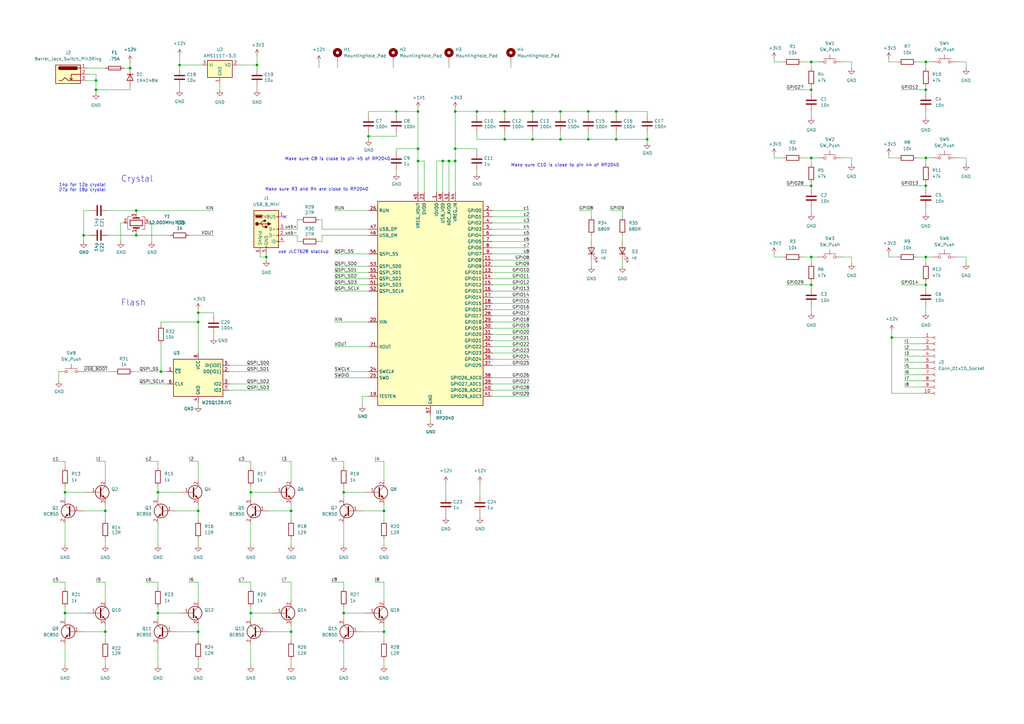
<source format=kicad_sch>
(kicad_sch (version 20231120) (generator "eeschema") (generator_version "8.0")
  (paper "A3")
  (junction (at 66.04 152.4))
  (junction (at 64.77 201.93))
  (junction (at 43.18 259.08))
  (junction (at 207.01 45.72))
  (junction (at 119.38 209.55))
  (junction (at 26.67 251.46))
  (junction (at 55.88 96.52))
  (junction (at 105.41 26.67))
  (junction (at 241.3 57.15))
  (junction (at 43.18 209.55))
  (junction (at 181.61 66.04))
  (junction (at 332.74 116.84))
  (junction (at 81.28 128.27))
  (junction (at 140.97 251.46))
  (junction (at 379.73 105.41))
  (junction (at 53.34 27.94))
  (junction (at 332.74 64.77))
  (junction (at 140.97 201.93))
  (junction (at 151.13 55.88))
  (junction (at 119.38 259.08))
  (junction (at 109.22 105.41))
  (junction (at 157.48 209.55))
  (junction (at 332.74 105.41))
  (junction (at 365.76 138.43))
  (junction (at 186.69 66.04))
  (junction (at 229.87 45.72))
  (junction (at 39.37 33.02))
  (junction (at 379.73 116.84))
  (junction (at 265.43 57.15))
  (junction (at 379.73 64.77))
  (junction (at 55.88 86.36))
  (junction (at 218.44 45.72))
  (junction (at 26.67 201.93))
  (junction (at 218.44 57.15))
  (junction (at 39.37 36.83))
  (junction (at 157.48 259.08))
  (junction (at 195.58 45.72))
  (junction (at 102.87 251.46))
  (junction (at 379.73 25.4))
  (junction (at 184.15 66.04))
  (junction (at 186.69 60.96))
  (junction (at 379.73 76.2))
  (junction (at 171.45 45.72))
  (junction (at 102.87 201.93))
  (junction (at 241.3 45.72))
  (junction (at 186.69 45.72))
  (junction (at 34.29 96.52))
  (junction (at 81.28 259.08))
  (junction (at 332.74 76.2))
  (junction (at 379.73 36.83))
  (junction (at 73.66 26.67))
  (junction (at 229.87 57.15))
  (junction (at 171.45 60.96))
  (junction (at 81.28 209.55))
  (junction (at 162.56 45.72))
  (junction (at 332.74 36.83))
  (junction (at 252.73 45.72))
  (junction (at 81.28 132.08))
  (junction (at 207.01 57.15))
  (junction (at 332.74 25.4))
  (junction (at 252.73 57.15))
  (junction (at 64.77 251.46))
  (junction (at 171.45 66.04))
  (no_connect (at 116.84 88.9))
  (wire (pts (xy 201.93 149.86) (xy 217.17 149.86)))
  (wire (pts (xy 153.67 189.23) (xy 157.48 189.23)))
  (wire (pts (xy 207.01 45.72) (xy 218.44 45.72)))
  (wire (pts (xy 379.73 36.83) (xy 379.73 38.1)))
  (wire (pts (xy 36.83 96.52) (xy 34.29 96.52)))
  (wire (pts (xy 379.73 35.56) (xy 379.73 36.83)))
  (wire (pts (xy 140.97 191.77) (xy 140.97 189.23)))
  (wire (pts (xy 186.69 45.72) (xy 186.69 60.96)))
  (wire (pts (xy 332.74 64.77) (xy 332.74 67.31)))
  (wire (pts (xy 332.74 105.41) (xy 332.74 107.95)))
  (wire (pts (xy 102.87 251.46) (xy 111.76 251.46)))
  (wire (pts (xy 39.37 33.02) (xy 35.56 33.02)))
  (wire (pts (xy 250.19 86.36) (xy 255.27 86.36)))
  (wire (pts (xy 184.15 66.04) (xy 186.69 66.04)))
  (wire (pts (xy 140.97 248.92) (xy 140.97 251.46)))
  (wire (pts (xy 57.15 157.48) (xy 68.58 157.48)))
  (wire (pts (xy 201.93 111.76) (xy 217.17 111.76)))
  (wire (pts (xy 140.97 264.16) (xy 140.97 273.05)))
  (wire (pts (xy 396.24 27.94) (xy 396.24 25.4)))
  (wire (pts (xy 26.67 191.77) (xy 26.67 189.23)))
  (wire (pts (xy 62.23 99.06) (xy 62.23 91.44)))
  (wire (pts (xy 201.93 101.6) (xy 217.17 101.6)))
  (wire (pts (xy 195.58 54.61) (xy 195.58 57.15)))
  (wire (pts (xy 119.38 238.76) (xy 119.38 246.38)))
  (wire (pts (xy 87.63 129.54) (xy 87.63 128.27)))
  (wire (pts (xy 379.73 116.84) (xy 379.73 118.11)))
  (wire (pts (xy 54.61 152.4) (xy 66.04 152.4)))
  (wire (pts (xy 195.58 45.72) (xy 207.01 45.72)))
  (wire (pts (xy 332.74 116.84) (xy 332.74 118.11)))
  (wire (pts (xy 196.85 198.12) (xy 196.85 203.2)))
  (wire (pts (xy 43.18 209.55) (xy 43.18 213.36)))
  (wire (pts (xy 186.69 45.72) (xy 195.58 45.72)))
  (wire (pts (xy 265.43 54.61) (xy 265.43 57.15)))
  (wire (pts (xy 176.53 170.18) (xy 176.53 172.72)))
  (wire (pts (xy 81.28 209.55) (xy 81.28 213.36)))
  (wire (pts (xy 241.3 54.61) (xy 241.3 57.15)))
  (wire (pts (xy 201.93 124.46) (xy 217.17 124.46)))
  (wire (pts (xy 207.01 46.99) (xy 207.01 45.72)))
  (wire (pts (xy 196.85 210.82) (xy 196.85 212.09)))
  (wire (pts (xy 201.93 114.3) (xy 217.17 114.3)))
  (wire (pts (xy 102.87 251.46) (xy 102.87 254)))
  (wire (pts (xy 317.5 105.41) (xy 321.31 105.41)))
  (wire (pts (xy 115.57 189.23) (xy 119.38 189.23)))
  (wire (pts (xy 102.87 191.77) (xy 102.87 189.23)))
  (wire (pts (xy 81.28 165.1) (xy 81.28 166.37)))
  (wire (pts (xy 173.99 78.74) (xy 173.99 66.04)))
  (wire (pts (xy 39.37 30.48) (xy 39.37 33.02)))
  (wire (pts (xy 64.77 214.63) (xy 64.77 223.52)))
  (wire (pts (xy 132.08 96.52) (xy 151.13 96.52)))
  (wire (pts (xy 349.25 107.95) (xy 349.25 105.41)))
  (wire (pts (xy 39.37 189.23) (xy 43.18 189.23)))
  (wire (pts (xy 201.93 91.44) (xy 217.17 91.44)))
  (wire (pts (xy 201.93 119.38) (xy 217.17 119.38)))
  (wire (pts (xy 121.92 99.06) (xy 121.92 96.52)))
  (wire (pts (xy 97.79 238.76) (xy 102.87 238.76)))
  (wire (pts (xy 148.59 259.08) (xy 157.48 259.08)))
  (wire (pts (xy 64.77 251.46) (xy 64.77 254)))
  (wire (pts (xy 392.43 64.77) (xy 396.24 64.77)))
  (wire (pts (xy 328.93 64.77) (xy 332.74 64.77)))
  (wire (pts (xy 173.99 66.04) (xy 171.45 66.04)))
  (wire (pts (xy 66.04 152.4) (xy 68.58 152.4)))
  (wire (pts (xy 201.93 121.92) (xy 217.17 121.92)))
  (wire (pts (xy 43.18 220.98) (xy 43.18 223.52)))
  (wire (pts (xy 157.48 207.01) (xy 157.48 209.55)))
  (wire (pts (xy 109.22 104.14) (xy 109.22 105.41)))
  (wire (pts (xy 157.48 209.55) (xy 157.48 213.36)))
  (wire (pts (xy 102.87 248.92) (xy 102.87 251.46)))
  (wire (pts (xy 241.3 45.72) (xy 252.73 45.72)))
  (wire (pts (xy 138.43 27.94) (xy 138.43 25.4)))
  (wire (pts (xy 317.5 104.14) (xy 317.5 105.41)))
  (wire (pts (xy 195.58 46.99) (xy 195.58 45.72)))
  (wire (pts (xy 201.93 129.54) (xy 217.17 129.54)))
  (wire (pts (xy 81.28 256.54) (xy 81.28 259.08)))
  (wire (pts (xy 93.98 152.4) (xy 110.49 152.4)))
  (wire (pts (xy 34.29 209.55) (xy 43.18 209.55)))
  (wire (pts (xy 137.16 109.22) (xy 151.13 109.22)))
  (wire (pts (xy 375.92 64.77) (xy 379.73 64.77)))
  (wire (pts (xy 137.16 114.3) (xy 151.13 114.3)))
  (wire (pts (xy 26.67 241.3) (xy 26.67 238.76)))
  (wire (pts (xy 209.55 25.4) (xy 209.55 27.94)))
  (wire (pts (xy 44.45 96.52) (xy 55.88 96.52)))
  (wire (pts (xy 365.76 138.43) (xy 378.46 138.43)))
  (wire (pts (xy 265.43 46.99) (xy 265.43 45.72)))
  (wire (pts (xy 90.17 34.29) (xy 90.17 36.83)))
  (wire (pts (xy 345.44 25.4) (xy 349.25 25.4)))
  (wire (pts (xy 379.73 105.41) (xy 382.27 105.41)))
  (wire (pts (xy 201.93 147.32) (xy 217.17 147.32)))
  (wire (pts (xy 102.87 214.63) (xy 102.87 223.52)))
  (wire (pts (xy 241.3 57.15) (xy 229.87 57.15)))
  (wire (pts (xy 81.28 259.08) (xy 81.28 262.89)))
  (wire (pts (xy 26.67 248.92) (xy 26.67 251.46)))
  (wire (pts (xy 64.77 248.92) (xy 64.77 251.46)))
  (wire (pts (xy 171.45 44.45) (xy 171.45 45.72)))
  (wire (pts (xy 370.84 146.05) (xy 378.46 146.05)))
  (wire (pts (xy 162.56 60.96) (xy 171.45 60.96)))
  (wire (pts (xy 252.73 54.61) (xy 252.73 57.15)))
  (wire (pts (xy 102.87 201.93) (xy 102.87 204.47)))
  (wire (pts (xy 252.73 46.99) (xy 252.73 45.72)))
  (wire (pts (xy 332.74 25.4) (xy 332.74 27.94)))
  (wire (pts (xy 119.38 259.08) (xy 119.38 262.89)))
  (wire (pts (xy 102.87 241.3) (xy 102.87 238.76)))
  (wire (pts (xy 151.13 55.88) (xy 151.13 57.15)))
  (wire (pts (xy 26.67 251.46) (xy 26.67 254)))
  (wire (pts (xy 123.19 90.17) (xy 121.92 90.17)))
  (wire (pts (xy 379.73 64.77) (xy 382.27 64.77)))
  (wire (pts (xy 55.88 87.63) (xy 55.88 86.36)))
  (wire (pts (xy 201.93 88.9) (xy 217.17 88.9)))
  (wire (pts (xy 119.38 270.51) (xy 119.38 273.05)))
  (wire (pts (xy 332.74 45.72) (xy 332.74 48.26)))
  (wire (pts (xy 392.43 105.41) (xy 396.24 105.41)))
  (wire (pts (xy 64.77 251.46) (xy 73.66 251.46)))
  (wire (pts (xy 332.74 25.4) (xy 335.28 25.4)))
  (wire (pts (xy 43.18 259.08) (xy 43.18 262.89)))
  (wire (pts (xy 55.88 95.25) (xy 55.88 96.52)))
  (wire (pts (xy 218.44 57.15) (xy 207.01 57.15)))
  (wire (pts (xy 81.28 238.76) (xy 81.28 246.38)))
  (wire (pts (xy 43.18 270.51) (xy 43.18 273.05)))
  (wire (pts (xy 317.5 24.13) (xy 317.5 25.4)))
  (wire (pts (xy 379.73 25.4) (xy 379.73 27.94)))
  (wire (pts (xy 345.44 64.77) (xy 349.25 64.77)))
  (wire (pts (xy 81.28 220.98) (xy 81.28 223.52)))
  (wire (pts (xy 77.47 96.52) (xy 87.63 96.52)))
  (wire (pts (xy 201.93 142.24) (xy 217.17 142.24)))
  (wire (pts (xy 148.59 209.55) (xy 157.48 209.55)))
  (wire (pts (xy 119.38 256.54) (xy 119.38 259.08)))
  (wire (pts (xy 317.5 64.77) (xy 321.31 64.77)))
  (wire (pts (xy 43.18 207.01) (xy 43.18 209.55)))
  (wire (pts (xy 151.13 154.94) (xy 137.16 154.94)))
  (wire (pts (xy 242.57 88.9) (xy 242.57 86.36)))
  (wire (pts (xy 328.93 25.4) (xy 332.74 25.4)))
  (wire (pts (xy 182.88 210.82) (xy 182.88 212.09)))
  (wire (pts (xy 171.45 60.96) (xy 171.45 66.04)))
  (wire (pts (xy 186.69 60.96) (xy 186.69 66.04)))
  (wire (pts (xy 195.58 62.23) (xy 195.58 60.96)))
  (wire (pts (xy 137.16 132.08) (xy 151.13 132.08)))
  (wire (pts (xy 322.58 36.83) (xy 332.74 36.83)))
  (wire (pts (xy 35.56 30.48) (xy 39.37 30.48)))
  (wire (pts (xy 364.49 104.14) (xy 364.49 105.41)))
  (wire (pts (xy 102.87 201.93) (xy 111.76 201.93)))
  (wire (pts (xy 109.22 105.41) (xy 109.22 106.68)))
  (wire (pts (xy 201.93 144.78) (xy 217.17 144.78)))
  (wire (pts (xy 137.16 116.84) (xy 151.13 116.84)))
  (wire (pts (xy 181.61 66.04) (xy 184.15 66.04)))
  (wire (pts (xy 162.56 46.99) (xy 162.56 45.72)))
  (wire (pts (xy 201.93 132.08) (xy 217.17 132.08)))
  (wire (pts (xy 151.13 45.72) (xy 162.56 45.72)))
  (wire (pts (xy 379.73 125.73) (xy 379.73 128.27)))
  (wire (pts (xy 110.49 209.55) (xy 119.38 209.55)))
  (wire (pts (xy 59.69 189.23) (xy 64.77 189.23)))
  (wire (pts (xy 332.74 105.41) (xy 335.28 105.41)))
  (wire (pts (xy 81.28 270.51) (xy 81.28 273.05)))
  (wire (pts (xy 396.24 107.95) (xy 396.24 105.41)))
  (wire (pts (xy 379.73 85.09) (xy 379.73 87.63)))
  (wire (pts (xy 345.44 105.41) (xy 349.25 105.41)))
  (wire (pts (xy 153.67 238.76) (xy 157.48 238.76)))
  (wire (pts (xy 201.93 106.68) (xy 217.17 106.68)))
  (wire (pts (xy 49.53 91.44) (xy 50.8 91.44)))
  (wire (pts (xy 379.73 45.72) (xy 379.73 48.26)))
  (wire (pts (xy 77.47 238.76) (xy 81.28 238.76)))
  (wire (pts (xy 132.08 99.06) (xy 132.08 96.52)))
  (wire (pts (xy 379.73 76.2) (xy 379.73 77.47)))
  (wire (pts (xy 66.04 140.97) (xy 66.04 152.4)))
  (wire (pts (xy 140.97 201.93) (xy 140.97 204.47)))
  (wire (pts (xy 207.01 57.15) (xy 195.58 57.15)))
  (wire (pts (xy 151.13 119.38) (xy 137.16 119.38)))
  (wire (pts (xy 21.59 238.76) (xy 26.67 238.76)))
  (wire (pts (xy 93.98 157.48) (xy 110.49 157.48)))
  (wire (pts (xy 135.89 238.76) (xy 140.97 238.76)))
  (wire (pts (xy 184.15 66.04) (xy 184.15 78.74)))
  (wire (pts (xy 26.67 199.39) (xy 26.67 201.93)))
  (wire (pts (xy 332.74 74.93) (xy 332.74 76.2)))
  (wire (pts (xy 97.79 189.23) (xy 102.87 189.23)))
  (wire (pts (xy 201.93 154.94) (xy 217.17 154.94)))
  (wire (pts (xy 102.87 199.39) (xy 102.87 201.93)))
  (wire (pts (xy 116.84 96.52) (xy 121.92 96.52)))
  (wire (pts (xy 140.97 241.3) (xy 140.97 238.76)))
  (wire (pts (xy 201.93 96.52) (xy 217.17 96.52)))
  (wire (pts (xy 229.87 57.15) (xy 218.44 57.15)))
  (wire (pts (xy 53.34 25.4) (xy 53.34 27.94)))
  (wire (pts (xy 171.45 45.72) (xy 171.45 60.96)))
  (wire (pts (xy 81.28 132.08) (xy 81.28 144.78)))
  (wire (pts (xy 151.13 54.61) (xy 151.13 55.88)))
  (wire (pts (xy 151.13 55.88) (xy 162.56 55.88)))
  (wire (pts (xy 64.77 201.93) (xy 73.66 201.93)))
  (wire (pts (xy 44.45 86.36) (xy 55.88 86.36)))
  (wire (pts (xy 201.93 93.98) (xy 217.17 93.98)))
  (wire (pts (xy 370.84 153.67) (xy 378.46 153.67)))
  (wire (pts (xy 369.57 116.84) (xy 379.73 116.84)))
  (wire (pts (xy 179.07 66.04) (xy 181.61 66.04)))
  (wire (pts (xy 151.13 86.36) (xy 137.16 86.36)))
  (wire (pts (xy 119.38 209.55) (xy 119.38 213.36)))
  (wire (pts (xy 39.37 36.83) (xy 53.34 36.83)))
  (wire (pts (xy 265.43 57.15) (xy 265.43 58.42)))
  (wire (pts (xy 121.92 90.17) (xy 121.92 93.98)))
  (wire (pts (xy 252.73 57.15) (xy 265.43 57.15)))
  (wire (pts (xy 229.87 46.99) (xy 229.87 45.72)))
  (wire (pts (xy 119.38 207.01) (xy 119.38 209.55)))
  (wire (pts (xy 140.97 251.46) (xy 140.97 254)))
  (wire (pts (xy 140.97 251.46) (xy 149.86 251.46)))
  (wire (pts (xy 370.84 151.13) (xy 378.46 151.13)))
  (wire (pts (xy 105.41 27.94) (xy 105.41 26.67)))
  (wire (pts (xy 375.92 105.41) (xy 379.73 105.41)))
  (wire (pts (xy 218.44 46.99) (xy 218.44 45.72)))
  (wire (pts (xy 157.48 238.76) (xy 157.48 246.38)))
  (wire (pts (xy 241.3 57.15) (xy 252.73 57.15)))
  (wire (pts (xy 332.74 85.09) (xy 332.74 87.63)))
  (wire (pts (xy 140.97 199.39) (xy 140.97 201.93)))
  (wire (pts (xy 364.49 63.5) (xy 364.49 64.77)))
  (wire (pts (xy 66.04 132.08) (xy 81.28 132.08)))
  (wire (pts (xy 34.29 259.08) (xy 43.18 259.08)))
  (wire (pts (xy 26.67 264.16) (xy 26.67 273.05)))
  (wire (pts (xy 332.74 115.57) (xy 332.74 116.84)))
  (wire (pts (xy 370.84 148.59) (xy 378.46 148.59)))
  (wire (pts (xy 140.97 214.63) (xy 140.97 223.52)))
  (wire (pts (xy 184.15 25.4) (xy 184.15 27.94)))
  (wire (pts (xy 81.28 127) (xy 81.28 128.27)))
  (wire (pts (xy 73.66 35.56) (xy 73.66 36.83)))
  (wire (pts (xy 364.49 24.13) (xy 364.49 25.4)))
  (wire (pts (xy 26.67 201.93) (xy 35.56 201.93)))
  (wire (pts (xy 106.68 105.41) (xy 109.22 105.41)))
  (wire (pts (xy 255.27 88.9) (xy 255.27 86.36)))
  (wire (pts (xy 87.63 128.27) (xy 81.28 128.27)))
  (wire (pts (xy 332.74 76.2) (xy 332.74 77.47)))
  (wire (pts (xy 62.23 91.44) (xy 60.96 91.44)))
  (wire (pts (xy 201.93 137.16) (xy 217.17 137.16)))
  (wire (pts (xy 110.49 259.08) (xy 119.38 259.08)))
  (wire (pts (xy 43.18 189.23) (xy 43.18 196.85)))
  (wire (pts (xy 132.08 93.98) (xy 151.13 93.98)))
  (wire (pts (xy 229.87 54.61) (xy 229.87 57.15)))
  (wire (pts (xy 328.93 105.41) (xy 332.74 105.41)))
  (wire (pts (xy 349.25 27.94) (xy 349.25 25.4)))
  (wire (pts (xy 105.41 35.56) (xy 105.41 36.83)))
  (wire (pts (xy 201.93 109.22) (xy 217.17 109.22)))
  (wire (pts (xy 64.77 201.93) (xy 64.77 204.47)))
  (wire (pts (xy 34.29 96.52) (xy 34.29 99.06)))
  (wire (pts (xy 123.19 99.06) (xy 121.92 99.06)))
  (wire (pts (xy 72.39 259.08) (xy 81.28 259.08)))
  (wire (pts (xy 102.87 264.16) (xy 102.87 273.05)))
  (wire (pts (xy 332.74 125.73) (xy 332.74 128.27)))
  (wire (pts (xy 64.77 264.16) (xy 64.77 273.05)))
  (wire (pts (xy 72.39 209.55) (xy 81.28 209.55)))
  (wire (pts (xy 186.69 44.45) (xy 186.69 45.72)))
  (wire (pts (xy 24.13 152.4) (xy 24.13 156.21)))
  (wire (pts (xy 151.13 152.4) (xy 137.16 152.4)))
  (wire (pts (xy 151.13 46.99) (xy 151.13 45.72)))
  (wire (pts (xy 39.37 36.83) (xy 39.37 33.02)))
  (wire (pts (xy 93.98 149.86) (xy 110.49 149.86)))
  (wire (pts (xy 364.49 25.4) (xy 368.3 25.4)))
  (wire (pts (xy 64.77 199.39) (xy 64.77 201.93)))
  (wire (pts (xy 162.56 45.72) (xy 171.45 45.72)))
  (wire (pts (xy 59.69 238.76) (xy 64.77 238.76)))
  (wire (pts (xy 317.5 25.4) (xy 321.31 25.4)))
  (wire (pts (xy 43.18 238.76) (xy 43.18 246.38)))
  (wire (pts (xy 119.38 189.23) (xy 119.38 196.85)))
  (wire (pts (xy 237.49 86.36) (xy 242.57 86.36)))
  (wire (pts (xy 252.73 45.72) (xy 265.43 45.72)))
  (wire (pts (xy 116.84 93.98) (xy 121.92 93.98)))
  (wire (pts (xy 64.77 191.77) (xy 64.77 189.23)))
  (wire (pts (xy 73.66 22.86) (xy 73.66 26.67)))
  (wire (pts (xy 201.93 134.62) (xy 217.17 134.62)))
  (wire (pts (xy 73.66 26.67) (xy 73.66 27.94)))
  (wire (pts (xy 378.46 161.29) (xy 365.76 161.29)))
  (wire (pts (xy 242.57 96.52) (xy 242.57 99.06)))
  (wire (pts (xy 364.49 64.77) (xy 368.3 64.77)))
  (wire (pts (xy 26.67 251.46) (xy 35.56 251.46)))
  (wire (pts (xy 148.59 162.56) (xy 148.59 166.37)))
  (wire (pts (xy 379.73 105.41) (xy 379.73 107.95)))
  (wire (pts (xy 26.67 214.63) (xy 26.67 223.52)))
  (wire (pts (xy 182.88 198.12) (xy 182.88 203.2)))
  (wire (pts (xy 97.79 26.67) (xy 105.41 26.67)))
  (wire (pts (xy 332.74 35.56) (xy 332.74 36.83)))
  (wire (pts (xy 369.57 76.2) (xy 379.73 76.2)))
  (wire (pts (xy 201.93 157.48) (xy 217.17 157.48)))
  (wire (pts (xy 130.81 25.4) (xy 130.81 27.94)))
  (wire (pts (xy 73.66 26.67) (xy 82.55 26.67)))
  (wire (pts (xy 66.04 133.35) (xy 66.04 132.08)))
  (wire (pts (xy 105.41 22.86) (xy 105.41 26.67)))
  (wire (pts (xy 375.92 25.4) (xy 379.73 25.4)))
  (wire (pts (xy 161.29 25.4) (xy 161.29 27.94)))
  (wire (pts (xy 36.83 86.36) (xy 34.29 86.36)))
  (wire (pts (xy 201.93 116.84) (xy 217.17 116.84)))
  (wire (pts (xy 157.48 270.51) (xy 157.48 273.05)))
  (wire (pts (xy 35.56 27.94) (xy 43.18 27.94)))
  (wire (pts (xy 21.59 189.23) (xy 26.67 189.23)))
  (wire (pts (xy 157.48 256.54) (xy 157.48 259.08)))
  (wire (pts (xy 218.44 45.72) (xy 229.87 45.72)))
  (wire (pts (xy 55.88 96.52) (xy 69.85 96.52)))
  (wire (pts (xy 87.63 137.16) (xy 87.63 138.43)))
  (wire (pts (xy 151.13 104.14) (xy 137.16 104.14)))
  (wire (pts (xy 201.93 104.14) (xy 217.17 104.14)))
  (wire (pts (xy 115.57 238.76) (xy 119.38 238.76)))
  (wire (pts (xy 64.77 241.3) (xy 64.77 238.76)))
  (wire (pts (xy 157.48 259.08) (xy 157.48 262.89)))
  (wire (pts (xy 39.37 238.76) (xy 43.18 238.76)))
  (wire (pts (xy 201.93 162.56) (xy 217.17 162.56)))
  (wire (pts (xy 106.68 104.14) (xy 106.68 105.41)))
  (wire (pts (xy 130.81 99.06) (xy 132.08 99.06)))
  (wire (pts (xy 370.84 140.97) (xy 378.46 140.97)))
  (wire (pts (xy 46.99 152.4) (xy 34.29 152.4)))
  (wire (pts (xy 53.34 35.56) (xy 53.34 36.83)))
  (wire (pts (xy 242.57 106.68) (xy 242.57 109.22)))
  (wire (pts (xy 162.56 55.88) (xy 162.56 54.61)))
  (wire (pts (xy 349.25 67.31) (xy 349.25 64.77)))
  (wire (pts (xy 379.73 115.57) (xy 379.73 116.84)))
  (wire (pts (xy 255.27 106.68) (xy 255.27 109.22)))
  (wire (pts (xy 135.89 189.23) (xy 140.97 189.23)))
  (wire (pts (xy 34.29 86.36) (xy 34.29 96.52)))
  (wire (pts (xy 77.47 189.23) (xy 81.28 189.23)))
  (wire (pts (xy 370.84 156.21) (xy 378.46 156.21)))
  (wire (pts (xy 140.97 201.93) (xy 149.86 201.93)))
  (wire (pts (xy 49.53 99.06) (xy 49.53 91.44)))
  (wire (pts (xy 186.69 60.96) (xy 195.58 60.96)))
  (wire (pts (xy 255.27 96.52) (xy 255.27 99.06)))
  (wire (pts (xy 43.18 256.54) (xy 43.18 259.08)))
  (wire (pts (xy 157.48 220.98) (xy 157.48 223.52)))
  (wire (pts (xy 81.28 128.27) (xy 81.28 132.08)))
  (wire (pts (xy 151.13 142.24) (xy 137.16 142.24)))
  (wire (pts (xy 396.24 67.31) (xy 396.24 64.77)))
  (wire (pts (xy 322.58 116.84) (xy 332.74 116.84)))
  (wire (pts (xy 370.84 158.75) (xy 378.46 158.75)))
  (wire (pts (xy 179.07 78.74) (xy 179.07 66.04)))
  (wire (pts (xy 157.48 189.23) (xy 157.48 196.85)))
  (wire (pts (xy 201.93 86.36) (xy 217.17 86.36)))
  (wire (pts (xy 81.28 189.23) (xy 81.28 196.85)))
  (wire (pts (xy 132.08 90.17) (xy 132.08 93.98)))
  (wire (pts (xy 55.88 86.36) (xy 87.63 86.36)))
  (wire (pts (xy 207.01 54.61) (xy 207.01 57.15)))
  (wire (pts (xy 332.74 64.77) (xy 335.28 64.77)))
  (wire (pts (xy 201.93 99.06) (xy 217.17 99.06)))
  (wire (pts (xy 137.16 111.76) (xy 151.13 111.76)))
  (wire (pts (xy 195.58 69.85) (xy 195.58 71.12)))
  (wire (pts (xy 392.43 25.4) (xy 396.24 25.4)))
  (wire (pts (xy 162.56 62.23) (xy 162.56 60.96)))
  (wire (pts (xy 370.84 143.51) (xy 378.46 143.51)))
  (wire (pts (xy 26.67 201.93) (xy 26.67 204.47)))
  (wire (pts (xy 322.58 76.2) (xy 332.74 76.2)))
  (wire (pts (xy 151.13 162.56) (xy 148.59 162.56)))
  (wire (pts (xy 50.8 27.94) (xy 53.34 27.94)))
  (wire (pts (xy 218.44 54.61) (xy 218.44 57.15)))
  (wire (pts (xy 171.45 66.04) (xy 171.45 78.74)))
  (wire (pts (xy 369.57 36.83) (xy 379.73 36.83)))
  (wire (pts (xy 162.56 69.85) (xy 162.56 71.12)))
  (wire (pts (xy 365.76 138.43) (xy 365.76 161.29)))
  (wire (pts (xy 241.3 46.99) (xy 241.3 45.72)))
  (wire (pts (xy 379.73 25.4) (xy 382.27 25.4)))
  (wire (pts (xy 332.74 36.83) (xy 332.74 38.1)))
  (wire (pts (xy 93.98 160.02) (xy 110.49 160.02)))
  (wire (pts (xy 317.5 63.5) (xy 317.5 64.77)))
  (wire (pts (xy 201.93 127) (xy 217.17 127)))
  (wire (pts (xy 201.93 139.7) (xy 217.17 139.7)))
  (wire (pts (xy 186.69 66.04) (xy 186.69 78.74)))
  (wire (pts (xy 119.38 220.98) (xy 119.38 223.52)))
  (wire (pts (xy 379.73 74.93) (xy 379.73 76.2)))
  (wire (pts (xy 229.87 45.72) (xy 241.3 45.72)))
  (wire (pts (xy 201.93 160.02) (xy 217.17 160.02)))
  (wire (pts (xy 181.61 66.04) (xy 181.61 78.74)))
  (wire (pts (xy 39.37 38.1) (xy 39.37 36.83)))
  (wire (pts (xy 364.49 105.41) (xy 368.3 105.41)))
  (wire (pts (xy 81.28 207.01) (xy 81.28 209.55)))
  (wire (pts (xy 379.73 64.77) (xy 379.73 67.31)))
  (wire (pts (xy 365.76 135.89) (xy 365.76 138.43)))
  (wire (pts (xy 130.81 90.17) (xy 132.08 90.17)))
  (text "Crystal" (at 49.53 74.93 0) (effects (font (size 2.54 2.54)) (justify left bottom)))
  (text "Make sure R3 and R4 are close to RP2040" (at 108.712 78.486 0) (effects (font (size 1.27 1.27)) (justify left bottom)))
  (text "14p for 12p crystal\n27p for 18p crystal" (at 24.13 78.74 0) (effects (font (size 1.27 1.27)) (justify left bottom)))
  (text "Make sure C10 is close to pin 44 of RP2040" (at 209.55 68.58 0) (effects (font (size 1.27 1.27)) (justify left bottom)))
  (text "use JLC7628 stackup" (at 124.46 103.378 0) (effects (font (size 1.27 1.27))))
  (text "Flash" (at 49.53 125.73 0) (effects (font (size 2.54 2.54)) (justify left bottom)))
  (text "Make sure C8 is close to pin 45 of RP2040" (at 116.84 66.04 0) (effects (font (size 1.27 1.27)) (justify left bottom)))
  (label "XIN" (at 137.16 132.08 0))
  (label "l5" (at 370.84 151.13 0))
  (label "l3" (at 370.84 146.05 0))
  (label "c1" (at 21.59 189.23 0))
  (label "~{USB_BOOT}" (at 34.29 152.4 0))
  (label "l7" (at 370.84 156.21 0))
  (label "QSPI_SD3" (at 137.16 116.84 0))
  (label "XOUT" (at 87.63 96.52 180))
  (label "l1" (at 370.84 140.97 0))
  (label "c1" (at 217.17 86.36 180))
  (label "GPIO11" (at 217.17 114.3 180))
  (label "QSPI_SS" (at 57.15 152.4 0))
  (label "GPIO9" (at 217.17 109.22 180))
  (label "GPIO27" (at 322.58 36.83 0))
  (label "GPIO29" (at 217.17 162.56 180))
  (label "c4" (at 135.89 189.23 0))
  (label "l4" (at 153.67 189.23 0))
  (label "c3" (at 217.17 91.44 180))
  (label "QSPI_SD0" (at 137.16 109.22 0))
  (label "c7" (at 217.17 101.6 180))
  (label "c2" (at 59.69 189.23 0))
  (label "GPIO19" (at 217.17 134.62 180))
  (label "GPIO12" (at 369.57 36.83 0))
  (label "XOUT" (at 137.16 142.24 0))
  (label "l7" (at 115.57 238.76 0))
  (label "GPIO10" (at 217.17 111.76 180))
  (label "c8" (at 135.89 238.76 0))
  (label "c2" (at 217.17 88.9 180))
  (label "GPIO8" (at 217.17 106.68 180))
  (label "GPIO13" (at 369.57 76.2 0))
  (label "GPIO18" (at 217.17 132.08 180))
  (label "QSPI_SD1" (at 110.49 152.4 180))
  (label "GPIO24" (at 217.17 147.32 180))
  (label "GPIO20" (at 217.17 137.16 180))
  (label "QSPI_SCLK" (at 57.15 157.48 0))
  (label "c7" (at 97.79 238.76 0))
  (label "QSPI_SD3" (at 110.49 160.02 180))
  (label "QSPI_SCLK" (at 137.16 119.38 0))
  (label "GPIO25" (at 217.17 149.86 180))
  (label "l2" (at 370.84 143.51 0))
  (label "l3" (at 115.57 189.23 0))
  (label "QSPI_SD1" (at 137.16 111.76 0))
  (label "GPIO28" (at 322.58 76.2 0))
  (label "GPIO29" (at 322.58 116.84 0))
  (label "GPIO28" (at 217.17 160.02 180))
  (label "XIN" (at 87.63 86.36 180))
  (label "GPIO12" (at 217.17 116.84 180))
  (label "l4" (at 370.84 148.59 0))
  (label "QSPI_SD0" (at 110.49 149.86 180))
  (label "c8" (at 217.17 104.14 180))
  (label "GPIO27" (at 217.17 157.48 180))
  (label "c5" (at 217.17 96.52 180))
  (label "l1" (at 39.37 189.23 0))
  (label "GPIO16" (at 217.17 127 180))
  (label "SWDIO" (at 137.16 154.94 0))
  (label "GPIO14" (at 217.17 121.92 180))
  (label "QSPI_SS" (at 137.16 104.14 0))
  (label "QSPI_SD2" (at 137.16 114.3 0))
  (label "GPIO26" (at 217.17 154.94 180))
  (label "GPIO9" (at 250.19 86.36 0))
  (label "l8" (at 370.84 158.75 0))
  (label "GPIO14" (at 369.57 116.84 0))
  (label "QSPI_SD2" (at 110.49 157.48 180))
  (label "GPIO23" (at 217.17 144.78 180))
  (label "RUN" (at 137.16 86.36 0))
  (label "c4" (at 217.17 93.98 180))
  (label "GPIO22" (at 217.17 142.24 180))
  (label "c6" (at 217.17 99.06 180))
  (label "GPIO21" (at 217.17 139.7 180))
  (label "l5" (at 39.37 238.76 0))
  (label "GPIO8" (at 237.49 86.36 0))
  (label "l6" (at 77.47 238.76 0))
  (label "GPIO17" (at 217.17 129.54 180))
  (label "usb+" (at 116.84 93.98 0))
  (label "GPIO13" (at 217.17 119.38 180))
  (label "GPIO15" (at 217.17 124.46 180))
  (label "usb-" (at 116.84 96.52 0))
  (label "l8" (at 153.67 238.76 0))
  (label "l6" (at 370.84 153.67 0))
  (label "c6" (at 59.69 238.76 0))
  (label "c5" (at 21.59 238.76 0))
  (label "l2" (at 77.47 189.23 0))
  (label "SWCLK" (at 137.16 152.4 0))
  (label "c3" (at 97.79 189.23 0))
  (symbol (lib_id "power:GND") (at 73.66 36.83 0) (unit 1)
    (property "Reference" "#PWR050" (effects (hide yes)))
    (property "Value" "GND" (at 73.66 41.656 0))
  )
  (symbol (lib_id "power:GND") (at 151.13 57.15 0) (unit 1)
    (property "Reference" "#PWR044" (effects (hide yes)))
    (property "Value" "GND" (at 151.257 61.5442 0))
  )
  (symbol (lib_id "Device:C") (at 218.44 50.8 0) (unit 1)
    (property "Reference" "C13" (at 221.361 49.6316 0) (effects (justify left)))
    (property "Value" "100n" (at 221.361 51.943 0) (effects (justify left)))
    (property "Footprint" "Capacitor_SMD:C_0805_2012Metric" (effects (hide yes)))
  )
  (symbol (lib_id "Device:R") (at 73.66 96.52 270) (unit 1)
    (property "Reference" "R33" (at 73.66 91.2622 90))
    (property "Value" "1k" (at 73.66 93.5736 90))
    (property "Footprint" "Resistor_SMD:R_0805_2012Metric" (effects (hide yes)))
  )
  (symbol (lib_id "power:GND") (at 255.27 109.22 0) (unit 1)
    (property "Reference" "#PWR061" (effects (hide yes)))
    (property "Value" "GND" (at 255.27 114.3 0))
    (property "Description" "Power symbol creates a global label with name \"GND\" , ground" (effects (hide yes)))
  )
  (symbol (lib_id "power:+1V1") (at 171.45 44.45 0) (unit 1)
    (property "Reference" "#PWR046" (effects (hide yes)))
    (property "Value" "+1V1" (at 171.831 40.0558 0))
  )
  (symbol (lib_id "Transistor_BJT:BC850") (at 143.51 259.08 0) (mirror y) (unit 1)
    (property "Reference" "Q15" (at 138.43 257.8099 0) (effects (justify left)))
    (property "Value" "BC850" (at 138.43 260.3499 0) (effects (justify left)))
    (property "Footprint" "Package_TO_SOT_SMD:SOT-23" (effects (hide yes)))
    (property "Datasheet" "http://www.infineon.com/dgdl/Infineon-BC847SERIES_BC848SERIES_BC849SERIES_BC850SERIES-DS-v01_01-en.pdf?fileId=db3a304314dca389011541d4630a1657" (effects (hide yes)))
    (property "Description" "0.1A Ic, 45V Vce, NPN Transistor, SOT-23" (effects (hide yes)))
    (property "Digikey" "BC850BLT1GOSCT-ND" (effects (hide yes)))
  )
  (symbol (lib_id "MCU_RaspberryPi:RP2040") (at 176.53 124.46 0) (unit 1)
    (property "Reference" "U1" (at 178.7241 168.91 0) (effects (justify left)))
    (property "Value" "RP2040" (at 178.7241 171.45 0) (effects (justify left)))
    (property "Footprint" "Package_DFN_QFN:QFN-56-1EP_7x7mm_P0.4mm_EP3.2x3.2mm" (effects (hide yes)))
    (property "Datasheet" "https://datasheets.raspberrypi.com/rp2040/rp2040-datasheet.pdf" (effects (hide yes)))
    (property "Description" "A microcontroller by Raspberry Pi" (effects (hide yes)))
    (property "Digikey" "2648-SC0914(13)CT-ND" (effects (hide yes)))
  )
  (symbol (lib_id "Transistor_BJT:BC850") (at 105.41 209.55 0) (mirror y) (unit 1)
    (property "Reference" "Q5" (at 100.33 208.2799 0) (effects (justify left)))
    (property "Value" "BC850" (at 100.33 210.8199 0) (effects (justify left)))
    (property "Footprint" "Package_TO_SOT_SMD:SOT-23" (effects (hide yes)))
    (property "Datasheet" "http://www.infineon.com/dgdl/Infineon-BC847SERIES_BC848SERIES_BC849SERIES_BC850SERIES-DS-v01_01-en.pdf?fileId=db3a304314dca389011541d4630a1657" (effects (hide yes)))
    (property "Description" "0.1A Ic, 45V Vce, NPN Transistor, SOT-23" (effects (hide yes)))
    (property "Digikey" "BC850BLT1GOSCT-ND" (effects (hide yes)))
  )
  (symbol (lib_id "Transistor_BJT:BCX56") (at 40.64 251.46 0) (unit 1)
    (property "Reference" "Q10" (at 45.72 250.1899 0) (effects (justify left)))
    (property "Value" "BCX56" (effects (hide yes)))
    (property "Footprint" "Package_TO_SOT_SMD:SOT-89-3" (effects (hide yes)))
    (property "Datasheet" "https://www.nxp.com/docs/en/data-sheet/BCP56_BCX56_BC56PA.pdf" (effects (hide yes)))
    (property "Description" "1A Ic, 80V Vce, NPN Medium Power Transistor, SOT-89" (effects (hide yes)))
    (property "Digikey" "1727-2930-1-ND" (effects (hide yes)))
  )
  (symbol (lib_id "Device:R") (at 332.74 71.12 0) (unit 1)
    (property "Reference" "R5" (at 335.28 69.8499 0) (effects (justify left)))
    (property "Value" "47k" (at 335.28 72.3899 0) (effects (justify left)))
    (property "Footprint" "Resistor_SMD:R_0805_2012Metric" (effects (hide yes)))
    (property "Description" "Resistor" (effects (hide yes)))
  )
  (symbol (lib_id "Device:C") (at 105.41 31.75 0) (unit 1)
    (property "Reference" "C19" (at 108.331 30.5816 0) (effects (justify left)))
    (property "Value" "10u" (at 108.331 32.893 0) (effects (justify left)))
    (property "Footprint" "Capacitor_SMD:C_0805_2012Metric" (effects (hide yes)))
  )
  (symbol (lib_id "Device:C") (at 229.87 50.8 0) (unit 1)
    (property "Reference" "C14" (at 232.791 49.6316 0) (effects (justify left)))
    (property "Value" "100n" (at 232.791 51.943 0) (effects (justify left)))
    (property "Footprint" "Capacitor_SMD:C_0805_2012Metric" (effects (hide yes)))
  )
  (symbol (lib_id "Device:R") (at 157.48 217.17 0) (unit 1)
    (property "Reference" "R20" (at 160.02 215.8999 0) (effects (justify left)))
    (property "Value" "12R" (at 160.02 218.4399 0) (effects (justify left)))
    (property "Footprint" "Resistor_SMD:R_0805_2012Metric" (effects (hide yes)))
    (property "Description" "Resistor" (effects (hide yes)))
  )
  (symbol (lib_id "Device:R") (at 140.97 195.58 0) (unit 1)
    (property "Reference" "R19" (at 143.51 194.3099 0) (effects (justify left)))
    (property "Value" "1k" (at 143.51 196.8499 0) (effects (justify left)))
    (property "Footprint" "Resistor_SMD:R_0805_2012Metric" (effects (hide yes)))
    (property "Description" "Resistor" (effects (hide yes)))
  )
  (symbol (lib_id "Device:R") (at 379.73 111.76 0) (unit 1)
    (property "Reference" "R12" (at 382.27 110.4899 0) (effects (justify left)))
    (property "Value" "47k" (at 382.27 113.0299 0) (effects (justify left)))
    (property "Footprint" "Resistor_SMD:R_0805_2012Metric" (effects (hide yes)))
    (property "Description" "Resistor" (effects (hide yes)))
  )
  (symbol (lib_id "Device:C") (at 332.74 41.91 0) (unit 1)
    (property "Reference" "C1" (at 336.55 40.6399 0) (effects (justify left)))
    (property "Value" "10n" (at 336.55 43.1799 0) (effects (justify left)))
    (property "Footprint" "Capacitor_SMD:C_0805_2012Metric" (effects (hide yes)))
    (property "Description" "Unpolarized capacitor" (effects (hide yes)))
  )
  (symbol (lib_id "Memory_Flash:W25Q128JVS") (at 81.28 154.94 0) (unit 1)
    (property "Reference" "U3" (at 72.39 144.78 0))
    (property "Value" "W25Q128JVS" (at 88.9 165.1 0))
    (property "Footprint" "Package_SO:SOIC-8_5.23x5.23mm_P1.27mm" (effects (hide yes)))
    (property "Datasheet" "http://www.winbond.com/resource-files/w25q128jv_dtr%20revc%2003272018%20plus.pdf" (effects (hide yes)))
    (property "Digikey" "W25Q128JVSIQ-ND" (effects (hide yes)))
  )
  (symbol (lib_id "power:GND") (at 140.97 223.52 0) (unit 1)
    (property "Reference" "#PWR032" (effects (hide yes)))
    (property "Value" "GND" (at 140.97 228.6 0))
    (property "Description" "Power symbol creates a global label with name \"GND\" , ground" (effects (hide yes)))
  )
  (symbol (lib_id "Device:Fuse") (at 46.99 27.94 90) (unit 1)
    (property "Reference" "F1" (at 46.99 21.59 90))
    (property "Value" ".75A" (at 46.99 24.13 90))
    (property "Footprint" "Fuse:Fuse_1206_3216Metric" (effects (hide yes)))
    (property "Digikey" "507-1805-1-ND" (effects (hide yes)))
  )
  (symbol (lib_id "Device:R") (at 26.67 245.11 0) (unit 1)
    (property "Reference" "R21" (at 29.21 243.8399 0) (effects (justify left)))
    (property "Value" "1k" (at 29.21 246.3799 0) (effects (justify left)))
    (property "Footprint" "Resistor_SMD:R_0805_2012Metric" (effects (hide yes)))
    (property "Description" "Resistor" (effects (hide yes)))
  )
  (symbol (lib_id "Device:C") (at 265.43 50.8 0) (unit 1)
    (property "Reference" "C17" (at 268.351 49.6316 0) (effects (justify left)))
    (property "Value" "100n" (at 268.351 51.943 0) (effects (justify left)))
    (property "Footprint" "Capacitor_SMD:C_0805_2012Metric" (effects (hide yes)))
  )
  (symbol (lib_id "Transistor_BJT:BC850") (at 67.31 259.08 0) (mirror y) (unit 1)
    (property "Reference" "Q11" (at 62.23 257.8099 0) (effects (justify left)))
    (property "Value" "BC850" (at 62.23 260.3499 0) (effects (justify left)))
    (property "Footprint" "Package_TO_SOT_SMD:SOT-23" (effects (hide yes)))
    (property "Datasheet" "http://www.infineon.com/dgdl/Infineon-BC847SERIES_BC848SERIES_BC849SERIES_BC850SERIES-DS-v01_01-en.pdf?fileId=db3a304314dca389011541d4630a1657" (effects (hide yes)))
    (property "Description" "0.1A Ic, 45V Vce, NPN Transistor, SOT-23" (effects (hide yes)))
    (property "Digikey" "BC850BLT1GOSCT-ND" (effects (hide yes)))
  )
  (symbol (lib_id "Transistor_BJT:BC850") (at 29.21 259.08 0) (mirror y) (unit 1)
    (property "Reference" "Q9" (at 24.13 257.8099 0) (effects (justify left)))
    (property "Value" "BC850" (at 24.13 260.3499 0) (effects (justify left)))
    (property "Footprint" "Package_TO_SOT_SMD:SOT-23" (effects (hide yes)))
    (property "Datasheet" "http://www.infineon.com/dgdl/Infineon-BC847SERIES_BC848SERIES_BC849SERIES_BC850SERIES-DS-v01_01-en.pdf?fileId=db3a304314dca389011541d4630a1657" (effects (hide yes)))
    (property "Description" "0.1A Ic, 45V Vce, NPN Transistor, SOT-23" (effects (hide yes)))
    (property "Digikey" "BC850BLT1GOSCT-ND" (effects (hide yes)))
  )
  (symbol (lib_id "Device:C") (at 196.85 207.01 0) (unit 1)
    (property "Reference" "C24" (at 199.771 205.8416 0) (effects (justify left)))
    (property "Value" "1u" (at 199.771 208.153 0) (effects (justify left)))
    (property "Footprint" "Capacitor_SMD:C_0805_2012Metric" (effects (hide yes)))
  )
  (symbol (lib_id "Switch:SW_Push") (at 387.35 105.41 0) (unit 1)
    (property "Reference" "SW6" (at 387.35 97.79 0))
    (property "Value" "SW_Push" (at 387.35 100.33 0))
    (property "Footprint" "Button_Switch_SMD:Panasonic_EVQPUL_EVQPUC" (effects (hide yes)))
    (property "Description" "Push button switch, generic, two pins" (effects (hide yes)))
    (property "Digikey" "P10853SCT-ND" (effects (hide yes)))
  )
  (symbol (lib_id "Device:C") (at 162.56 66.04 0) (unit 1)
    (property "Reference" "C9" (at 165.481 64.8716 0) (effects (justify left)))
    (property "Value" "1u" (at 165.481 67.183 0) (effects (justify left)))
    (property "Footprint" "Capacitor_SMD:C_0805_2012Metric" (effects (hide yes)))
  )
  (symbol (lib_id "Device:R") (at 372.11 25.4 90) (unit 1)
    (property "Reference" "R7" (at 372.11 19.05 90))
    (property "Value" "10k" (at 372.11 21.59 90))
    (property "Footprint" "Resistor_SMD:R_0805_2012Metric" (effects (hide yes)))
    (property "Description" "Resistor" (effects (hide yes)))
  )
  (symbol (lib_id "power:GND") (at 43.18 273.05 0) (unit 1)
    (property "Reference" "#PWR035" (effects (hide yes)))
    (property "Value" "GND" (at 43.18 278.13 0))
    (property "Description" "Power symbol creates a global label with name \"GND\" , ground" (effects (hide yes)))
  )
  (symbol (lib_id "Switch:SW_Push") (at 387.35 64.77 0) (unit 1)
    (property "Reference" "SW5" (at 387.35 57.15 0))
    (property "Value" "SW_Push" (at 387.35 59.69 0))
    (property "Footprint" "Button_Switch_SMD:Panasonic_EVQPUL_EVQPUC" (effects (hide yes)))
    (property "Description" "Push button switch, generic, two pins" (effects (hide yes)))
    (property "Digikey" "P10853SCT-ND" (effects (hide yes)))
  )
  (symbol (lib_id "power:GND") (at 64.77 223.52 0) (unit 1)
    (property "Reference" "#PWR022" (effects (hide yes)))
    (property "Value" "GND" (at 64.77 228.6 0))
    (property "Description" "Power symbol creates a global label with name \"GND\" , ground" (effects (hide yes)))
  )
  (symbol (lib_id "Device:R") (at 127 90.17 270) (unit 1)
    (property "Reference" "R29" (at 127 84.9122 90))
    (property "Value" "27R" (at 127 87.2236 90))
    (property "Footprint" "Resistor_SMD:R_0805_2012Metric" (effects (hide yes)))
  )
  (symbol (lib_id "Device:R") (at 255.27 92.71 0) (unit 1)
    (property "Reference" "R35" (at 257.81 91.4399 0) (effects (justify left)))
    (property "Value" "680R" (at 257.81 93.9799 0) (effects (justify left)))
    (property "Footprint" "Resistor_SMD:R_0805_2012Metric" (effects (hide yes)))
    (property "Description" "Resistor" (effects (hide yes)))
  )
  (symbol (lib_id "power:+12V") (at 53.34 25.4 0) (unit 1)
    (property "Reference" "#PWR028" (effects (hide yes)))
    (property "Value" "+12V" (at 53.34 20.32 0))
    (property "Description" "Power symbol creates a global label with name \"+12V\"" (effects (hide yes)))
  )
  (symbol (lib_id "Device:R") (at 26.67 195.58 0) (unit 1)
    (property "Reference" "R13" (at 29.21 194.3099 0) (effects (justify left)))
    (property "Value" "1k" (at 29.21 196.8499 0) (effects (justify left)))
    (property "Footprint" "Resistor_SMD:R_0805_2012Metric" (effects (hide yes)))
    (property "Description" "Resistor" (effects (hide yes)))
  )
  (symbol (lib_id "power:GND") (at 26.67 223.52 0) (unit 1)
    (property "Reference" "#PWR020" (effects (hide yes)))
    (property "Value" "GND" (at 26.67 228.6 0))
    (property "Description" "Power symbol creates a global label with name \"GND\" , ground" (effects (hide yes)))
  )
  (symbol (lib_id "power:GND") (at 81.28 166.37 0) (unit 1)
    (property "Reference" "#PWR054" (effects (hide yes)))
    (property "Value" "GND" (at 77.47 167.64 0))
  )
  (symbol (lib_id "Device:C") (at 195.58 50.8 0) (unit 1)
    (property "Reference" "C10" (at 198.501 49.6316 0) (effects (justify left)))
    (property "Value" "100n" (at 198.501 51.943 0) (effects (justify left)))
    (property "Footprint" "Capacitor_SMD:C_0805_2012Metric" (effects (hide yes)))
  )
  (symbol (lib_id "Device:R") (at 157.48 266.7 0) (unit 1)
    (property "Reference" "R28" (at 160.02 265.4299 0) (effects (justify left)))
    (property "Value" "12R" (at 160.02 267.9699 0) (effects (justify left)))
    (property "Footprint" "Resistor_SMD:R_0805_2012Metric" (effects (hide yes)))
    (property "Description" "Resistor" (effects (hide yes)))
  )
  (symbol (lib_id "power:GND") (at 332.74 128.27 0) (unit 1)
    (property "Reference" "#PWR07" (effects (hide yes)))
    (property "Value" "GND" (at 332.74 133.35 0))
    (property "Description" "Power symbol creates a global label with name \"GND\" , ground" (effects (hide yes)))
  )
  (symbol (lib_id "Device:R") (at 50.8 152.4 270) (unit 1)
    (property "Reference" "R31" (at 50.8 147.1422 90))
    (property "Value" "1k" (at 50.8 149.4536 90))
    (property "Footprint" "Resistor_SMD:R_0805_2012Metric" (effects (hide yes)))
  )
  (symbol (lib_id "Device:LED") (at 242.57 102.87 90) (unit 1)
    (property "Reference" "D2" (at 246.38 103.1874 90) (effects (justify right)))
    (property "Value" "rd" (at 246.38 105.7274 90) (effects (justify right)))
    (property "Footprint" "LED_SMD:LED_Kingbright_APA1606_1.6x0.6mm_Horizontal" (effects (hide yes)))
    (property "Description" "Light emitting diode" (effects (hide yes)))
    (property "Digikey" "754-1054-1-ND" (effects (hide yes)))
  )
  (symbol (lib_id "Device:C") (at 379.73 81.28 0) (unit 1)
    (property "Reference" "C5" (at 383.54 80.0099 0) (effects (justify left)))
    (property "Value" "10n" (at 383.54 82.5499 0) (effects (justify left)))
    (property "Footprint" "Capacitor_SMD:C_0805_2012Metric" (effects (hide yes)))
    (property "Description" "Unpolarized capacitor" (effects (hide yes)))
  )
  (symbol (lib_id "Device:C") (at 162.56 50.8 0) (unit 1)
    (property "Reference" "C8" (at 165.481 49.6316 0) (effects (justify left)))
    (property "Value" "100n" (at 165.481 51.943 0) (effects (justify left)))
    (property "Footprint" "Capacitor_SMD:C_0805_2012Metric" (effects (hide yes)))
  )
  (symbol (lib_id "Connector:Conn_01x10_Socket") (at 383.54 148.59 0) (unit 1)
    (property "Reference" "J3" (at 384.81 148.5899 0) (effects (justify left)))
    (property "Value" "Conn_01x10_Socket" (at 384.81 151.1299 0) (effects (justify left)))
    (property "Footprint" "flatwiresolder:conn_01x10" (effects (hide yes)))
    (property "Description" "Generic connector, single row, 01x10, script generated" (effects (hide yes)))
  )
  (symbol (lib_id "power:+12V") (at 182.88 198.12 0) (unit 1)
    (property "Reference" "#PWR026" (effects (hide yes)))
    (property "Value" "+12V" (at 182.88 193.04 0))
    (property "Description" "Power symbol creates a global label with name \"+12V\"" (effects (hide yes)))
  )
  (symbol (lib_id "Device:R") (at 140.97 245.11 0) (unit 1)
    (property "Reference" "R27" (at 143.51 243.8399 0) (effects (justify left)))
    (property "Value" "1k" (at 143.51 246.3799 0) (effects (justify left)))
    (property "Footprint" "Resistor_SMD:R_0805_2012Metric" (effects (hide yes)))
    (property "Description" "Resistor" (effects (hide yes)))
  )
  (symbol (lib_id "Device:R") (at 119.38 217.17 0) (unit 1)
    (property "Reference" "R18" (at 121.92 215.8999 0) (effects (justify left)))
    (property "Value" "12R" (at 121.92 218.4399 0) (effects (justify left)))
    (property "Footprint" "Resistor_SMD:R_0805_2012Metric" (effects (hide yes)))
    (property "Description" "Resistor" (effects (hide yes)))
  )
  (symbol (lib_id "power:GND") (at 81.28 223.52 0) (unit 1)
    (property "Reference" "#PWR023" (effects (hide yes)))
    (property "Value" "GND" (at 81.28 228.6 0))
    (property "Description" "Power symbol creates a global label with name \"GND\" , ground" (effects (hide yes)))
  )
  (symbol (lib_id "Device:C") (at 252.73 50.8 0) (unit 1)
    (property "Reference" "C16" (at 255.651 49.6316 0) (effects (justify left)))
    (property "Value" "100n" (at 255.651 51.943 0) (effects (justify left)))
    (property "Footprint" "Capacitor_SMD:C_0805_2012Metric" (effects (hide yes)))
  )
  (symbol (lib_id "power:+3V3") (at 364.49 104.14 0) (unit 1)
    (property "Reference" "#PWR012" (effects (hide yes)))
    (property "Value" "+3V3" (at 364.871 99.7458 0))
  )
  (symbol (lib_id "Mechanical:MountingHole_Pad") (at 138.43 22.86 0) (unit 1) (exclude_from_sim yes) (in_bom no)
    (property "Reference" "H1" (at 140.97 20.3199 0) (effects (justify left)))
    (property "Value" "MountingHole_Pad" (at 140.97 22.8599 0) (effects (justify left)))
    (property "Footprint" "Mounting_Wuerth:Mounting_Wuerth_WA-SMSI-M2_H8mm_9774080243" (effects (hide yes)))
    (property "Description" "Mounting Hole with connection" (effects (hide yes)))
    (property "Digikey" "732-7111-1-ND" (effects (hide yes)))
  )
  (symbol (lib_id "power:GND") (at 379.73 87.63 0) (unit 1)
    (property "Reference" "#PWR015" (effects (hide yes)))
    (property "Value" "GND" (at 379.73 92.71 0))
    (property "Description" "Power symbol creates a global label with name \"GND\" , ground" (effects (hide yes)))
  )
  (symbol (lib_id "power:GND") (at 24.13 156.21 0) (unit 1)
    (property "Reference" "#PWR052" (effects (hide yes)))
    (property "Value" "GND" (at 24.257 160.6042 0))
  )
  (symbol (lib_id "power:GND") (at 102.87 223.52 0) (unit 1)
    (property "Reference" "#PWR030" (effects (hide yes)))
    (property "Value" "GND" (at 102.87 228.6 0))
    (property "Description" "Power symbol creates a global label with name \"GND\" , ground" (effects (hide yes)))
  )
  (symbol (lib_id "Transistor_BJT:BCX56") (at 78.74 201.93 0) (unit 1)
    (property "Reference" "Q4" (at 83.82 200.6599 0) (effects (justify left)))
    (property "Value" "BCX56" (effects (hide yes)))
    (property "Footprint" "Package_TO_SOT_SMD:SOT-89-3" (effects (hide yes)))
    (property "Datasheet" "https://www.nxp.com/docs/en/data-sheet/BCP56_BCX56_BC56PA.pdf" (effects (hide yes)))
    (property "Description" "1A Ic, 80V Vce, NPN Medium Power Transistor, SOT-89" (effects (hide yes)))
    (property "Digikey" "1727-2930-1-ND" (effects (hide yes)))
  )
  (symbol (lib_id "Device:C") (at 87.63 133.35 0) (unit 1)
    (property "Reference" "C20" (at 90.551 132.1816 0) (effects (justify left)))
    (property "Value" "100n" (at 90.551 134.493 0) (effects (justify left)))
    (property "Footprint" "Capacitor_SMD:C_0805_2012Metric" (effects (hide yes)))
  )
  (symbol (lib_id "power:GND") (at 396.24 107.95 0) (unit 1)
    (property "Reference" "#PWR019" (effects (hide yes)))
    (property "Value" "GND" (at 396.24 113.03 0))
    (property "Description" "Power symbol creates a global label with name \"GND\" , ground" (effects (hide yes)))
  )
  (symbol (lib_id "power:GND") (at 349.25 107.95 0) (unit 1)
    (property "Reference" "#PWR010" (effects (hide yes)))
    (property "Value" "GND" (at 349.25 113.03 0))
    (property "Description" "Power symbol creates a global label with name \"GND\" , ground" (effects (hide yes)))
  )
  (symbol (lib_id "Device:R") (at 43.18 217.17 0) (unit 1)
    (property "Reference" "R14" (at 45.72 216.408 0) (effects (justify left)))
    (property "Value" "12R" (at 45.72 218.4399 0) (effects (justify left)))
    (property "Footprint" "Resistor_SMD:R_0805_2012Metric" (effects (hide yes)))
    (property "Description" "Resistor" (effects (hide yes)))
  )
  (symbol (lib_id "Device:C") (at 40.64 86.36 270) (unit 1)
    (property "Reference" "C21" (at 41.8084 89.281 0) (effects (justify left)))
    (property "Value" "14p" (at 39.497 89.281 0) (effects (justify left)))
    (property "Footprint" "Capacitor_SMD:C_0805_2012Metric" (effects (hide yes)))
  )
  (symbol (lib_id "Device:C") (at 332.74 81.28 0) (unit 1)
    (property "Reference" "C2" (at 336.55 80.0099 0) (effects (justify left)))
    (property "Value" "10n" (at 336.55 82.5499 0) (effects (justify left)))
    (property "Footprint" "Capacitor_SMD:C_0805_2012Metric" (effects (hide yes)))
    (property "Description" "Unpolarized capacitor" (effects (hide yes)))
  )
  (symbol (lib_id "power:GND") (at 87.63 138.43 0) (unit 1)
    (property "Reference" "#PWR055" (effects (hide yes)))
    (property "Value" "GND" (at 91.44 139.7 0))
  )
  (symbol (lib_id "Transistor_BJT:BCX56") (at 154.94 251.46 0) (unit 1)
    (property "Reference" "Q16" (at 160.02 250.1899 0) (effects (justify left)))
    (property "Value" "BCX56" (effects (hide yes)))
    (property "Footprint" "Package_TO_SOT_SMD:SOT-89-3" (effects (hide yes)))
    (property "Datasheet" "https://www.nxp.com/docs/en/data-sheet/BCP56_BCX56_BC56PA.pdf" (effects (hide yes)))
    (property "Description" "1A Ic, 80V Vce, NPN Medium Power Transistor, SOT-89" (effects (hide yes)))
    (property "Digikey" "1727-2930-1-ND" (effects (hide yes)))
  )
  (symbol (lib_id "Device:R") (at 372.11 64.77 90) (unit 1)
    (property "Reference" "R8" (at 372.11 58.42 90))
    (property "Value" "10k" (at 372.11 60.96 90))
    (property "Footprint" "Resistor_SMD:R_0805_2012Metric" (effects (hide yes)))
    (property "Description" "Resistor" (effects (hide yes)))
  )
  (symbol (lib_id "Connector:Barrel_Jack_Switch_Pin3Ring") (at 27.94 30.48 0) (unit 1)
    (property "Reference" "J2" (at 27.94 21.59 0))
    (property "Value" "Barrel_Jack_Switch_Pin3Ring" (at 27.94 24.13 0))
    (property "Footprint" "Connector_BarrelJack:BarrelJack_CLIFF_FC681465S_SMT_Horizontal" (effects (hide yes)))
    (property "Description" "DC Barrel Jack with an internal switch" (effects (hide yes)))
    (property "Digikey" "4654-FC681465S-ND" (effects (hide yes)))
  )
  (symbol (lib_id "power:GND") (at 140.97 273.05 0) (unit 1)
    (property "Reference" "#PWR040" (effects (hide yes)))
    (property "Value" "GND" (at 140.97 278.13 0))
    (property "Description" "Power symbol creates a global label with name \"GND\" , ground" (effects (hide yes)))
  )
  (symbol (lib_id "power:+12V") (at 130.81 25.4 0) (unit 1)
    (property "Reference" "#PWR059" (effects (hide yes)))
    (property "Value" "+12V" (at 130.81 20.32 0))
    (property "Description" "Power symbol creates a global label with name \"+12V\"" (effects (hide yes)))
  )
  (symbol (lib_id "Diode:1N4148W") (at 53.34 31.75 270) (unit 1)
    (property "Reference" "D1" (at 55.88 30.4799 90) (effects (justify left)))
    (property "Value" "1N4148W" (at 55.88 33.0199 90) (effects (justify left)))
    (property "Footprint" "Diode_SMD:D_SOD-123" (effects (hide yes)))
    (property "Datasheet" "https://www.vishay.com/docs/85748/1n4148w.pdf" (effects (hide yes)))
    (property "Description" "75V 0.15A Fast Switching Diode, SOD-123" (effects (hide yes)))
    (property "Sim.Device" "D" (effects (hide yes)))
    (property "Sim.Pins" "1=K 2=A" (effects (hide yes)))
    (property "Digikey" "4878-1N4148WCT-ND" (effects (hide yes)))
  )
  (symbol (lib_id "power:GND") (at 349.25 67.31 0) (unit 1)
    (property "Reference" "#PWR09" (effects (hide yes)))
    (property "Value" "GND" (at 349.25 72.39 0))
    (property "Description" "Power symbol creates a global label with name \"GND\" , ground" (effects (hide yes)))
  )
  (symbol (lib_id "power:GND") (at 148.59 166.37 0) (unit 1)
    (property "Reference" "#PWR042" (effects (hide yes)))
    (property "Value" "GND" (at 148.717 170.7642 0))
  )
  (symbol (lib_id "power:+3V3") (at 317.5 104.14 0) (unit 1)
    (property "Reference" "#PWR013" (effects (hide yes)))
    (property "Value" "+3V3" (at 317.881 99.7458 0))
  )
  (symbol (lib_id "Mechanical:MountingHole_Pad") (at 161.29 22.86 0) (unit 1) (exclude_from_sim yes) (in_bom no)
    (property "Reference" "H2" (at 163.83 20.3199 0) (effects (justify left)))
    (property "Value" "MountingHole_Pad" (at 163.83 22.8599 0) (effects (justify left)))
    (property "Footprint" "Mounting_Wuerth:Mounting_Wuerth_WA-SMSI-M2_H8mm_9774080243" (effects (hide yes)))
    (property "Description" "Mounting Hole with connection" (effects (hide yes)))
    (property "Digikey" "732-7111-1-ND" (effects (hide yes)))
  )
  (symbol (lib_id "power:GND") (at 102.87 273.05 0) (unit 1)
    (property "Reference" "#PWR038" (effects (hide yes)))
    (property "Value" "GND" (at 102.87 278.13 0))
    (property "Description" "Power symbol creates a global label with name \"GND\" , ground" (effects (hide yes)))
  )
  (symbol (lib_id "power:+12V") (at 196.85 198.12 0) (unit 1)
    (property "Reference" "#PWR064" (effects (hide yes)))
    (property "Value" "+12V" (at 196.85 193.04 0))
    (property "Description" "Power symbol creates a global label with name \"+12V\"" (effects (hide yes)))
  )
  (symbol (lib_id "power:GND") (at 90.17 36.83 0) (unit 1)
    (property "Reference" "#PWR025" (effects (hide yes)))
    (property "Value" "GND" (at 90.17 41.91 0))
    (property "Description" "Power symbol creates a global label with name \"GND\" , ground" (effects (hide yes)))
  )
  (symbol (lib_id "power:GND") (at 105.41 36.83 0) (unit 1)
    (property "Reference" "#PWR051" (effects (hide yes)))
    (property "Value" "GND" (at 105.41 41.91 0))
  )
  (symbol (lib_id "power:GND") (at 157.48 273.05 0) (unit 1)
    (property "Reference" "#PWR041" (effects (hide yes)))
    (property "Value" "GND" (at 157.48 278.13 0))
    (property "Description" "Power symbol creates a global label with name \"GND\" , ground" (effects (hide yes)))
  )
  (symbol (lib_id "power:GND") (at 332.74 48.26 0) (unit 1)
    (property "Reference" "#PWR05" (effects (hide yes)))
    (property "Value" "GND" (at 332.74 53.34 0))
    (property "Description" "Power symbol creates a global label with name \"GND\" , ground" (effects (hide yes)))
  )
  (symbol (lib_id "power:+3V3") (at 317.5 63.5 0) (unit 1)
    (property "Reference" "#PWR02" (effects (hide yes)))
    (property "Value" "+3V3" (at 317.881 59.1058 0))
  )
  (symbol (lib_id "power:GND") (at 182.88 212.09 0) (unit 1)
    (property "Reference" "#PWR063" (effects (hide yes)))
    (property "Value" "GND" (at 182.88 216.916 0))
  )
  (symbol (lib_id "power:+12V") (at 365.76 135.89 0) (unit 1)
    (property "Reference" "#PWR029" (effects (hide yes)))
    (property "Value" "+12V" (at 365.76 130.81 0))
    (property "Description" "Power symbol creates a global label with name \"+12V\"" (effects (hide yes)))
  )
  (symbol (lib_id "power:+3V3") (at 186.69 44.45 0) (unit 1)
    (property "Reference" "#PWR047" (effects (hide yes)))
    (property "Value" "+3V3" (at 187.071 40.0558 0))
  )
  (symbol (lib_id "power:GND") (at 379.73 48.26 0) (unit 1)
    (property "Reference" "#PWR014" (effects (hide yes)))
    (property "Value" "GND" (at 379.73 53.34 0))
    (property "Description" "Power symbol creates a global label with name \"GND\" , ground" (effects (hide yes)))
  )
  (symbol (lib_id "power:GND") (at 43.18 223.52 0) (unit 1)
    (property "Reference" "#PWR021" (effects (hide yes)))
    (property "Value" "GND" (at 43.18 228.6 0))
    (property "Description" "Power symbol creates a global label with name \"GND\" , ground" (effects (hide yes)))
  )
  (symbol (lib_id "Transistor_BJT:BC850") (at 67.31 209.55 0) (mirror y) (unit 1)
    (property "Reference" "Q3" (at 62.23 208.2799 0) (effects (justify left)))
    (property "Value" "BC850" (at 62.23 210.8199 0) (effects (justify left)))
    (property "Footprint" "Package_TO_SOT_SMD:SOT-23" (effects (hide yes)))
    (property "Datasheet" "http://www.infineon.com/dgdl/Infineon-BC847SERIES_BC848SERIES_BC849SERIES_BC850SERIES-DS-v01_01-en.pdf?fileId=db3a304314dca389011541d4630a1657" (effects (hide yes)))
    (property "Description" "0.1A Ic, 45V Vce, NPN Transistor, SOT-23" (effects (hide yes)))
    (property "Digikey" "BC850BLT1GOSCT-ND" (effects (hide yes)))
  )
  (symbol (lib_id "Transistor_BJT:BC850") (at 143.51 209.55 0) (mirror y) (unit 1)
    (property "Reference" "Q7" (at 138.43 208.2799 0) (effects (justify left)))
    (property "Value" "BC850" (at 138.43 210.8199 0) (effects (justify left)))
    (property "Footprint" "Package_TO_SOT_SMD:SOT-23" (effects (hide yes)))
    (property "Datasheet" "http://www.infineon.com/dgdl/Infineon-BC847SERIES_BC848SERIES_BC849SERIES_BC850SERIES-DS-v01_01-en.pdf?fileId=db3a304314dca389011541d4630a1657" (effects (hide yes)))
    (property "Description" "0.1A Ic, 45V Vce, NPN Transistor, SOT-23" (effects (hide yes)))
    (property "Digikey" "BC850BLT1GOSCT-ND" (effects (hide yes)))
  )
  (symbol (lib_id "power:GND") (at 119.38 273.05 0) (unit 1)
    (property "Reference" "#PWR039" (effects (hide yes)))
    (property "Value" "GND" (at 119.38 278.13 0))
    (property "Description" "Power symbol creates a global label with name \"GND\" , ground" (effects (hide yes)))
  )
  (symbol (lib_id "Device:R") (at 81.28 217.17 0) (unit 1)
    (property "Reference" "R16" (at 83.82 215.8999 0) (effects (justify left)))
    (property "Value" "12R" (at 83.82 218.4399 0) (effects (justify left)))
    (property "Footprint" "Resistor_SMD:R_0805_2012Metric" (effects (hide yes)))
    (property "Description" "Resistor" (effects (hide yes)))
  )
  (symbol (lib_id "Device:R") (at 379.73 71.12 0) (unit 1)
    (property "Reference" "R11" (at 382.27 69.8499 0) (effects (justify left)))
    (property "Value" "47k" (at 382.27 72.3899 0) (effects (justify left)))
    (property "Footprint" "Resistor_SMD:R_0805_2012Metric" (effects (hide yes)))
    (property "Description" "Resistor" (effects (hide yes)))
  )
  (symbol (lib_id "Switch:SW_Push") (at 387.35 25.4 0) (unit 1)
    (property "Reference" "SW4" (at 387.35 17.78 0))
    (property "Value" "SW_Push" (at 387.35 20.32 0))
    (property "Footprint" "Button_Switch_SMD:Panasonic_EVQPUL_EVQPUC" (effects (hide yes)))
    (property "Description" "Push button switch, generic, two pins" (effects (hide yes)))
    (property "Digikey" "P10853SCT-ND" (effects (hide yes)))
  )
  (symbol (lib_id "Device:C") (at 241.3 50.8 0) (unit 1)
    (property "Reference" "C15" (at 244.221 49.6316 0) (effects (justify left)))
    (property "Value" "100n" (at 244.221 51.943 0) (effects (justify left)))
    (property "Footprint" "Capacitor_SMD:C_0805_2012Metric" (effects (hide yes)))
  )
  (symbol (lib_id "power:GND") (at 265.43 58.42 0) (unit 1)
    (property "Reference" "#PWR049" (effects (hide yes)))
    (property "Value" "GND" (at 265.557 62.8142 0))
  )
  (symbol (lib_id "Device:C") (at 379.73 41.91 0) (unit 1)
    (property "Reference" "C4" (at 383.54 40.6399 0) (effects (justify left)))
    (property "Value" "10n" (at 383.54 43.1799 0) (effects (justify left)))
    (property "Footprint" "Capacitor_SMD:C_0805_2012Metric" (effects (hide yes)))
    (property "Description" "Unpolarized capacitor" (effects (hide yes)))
  )
  (symbol (lib_id "Device:R") (at 43.18 266.7 0) (unit 1)
    (property "Reference" "R22" (at 45.72 265.938 0) (effects (justify left)))
    (property "Value" "12R" (at 45.72 267.9699 0) (effects (justify left)))
    (property "Footprint" "Resistor_SMD:R_0805_2012Metric" (effects (hide yes)))
    (property "Description" "Resistor" (effects (hide yes)))
  )
  (symbol (lib_id "power:+3V3") (at 317.5 24.13 0) (unit 1)
    (property "Reference" "#PWR03" (effects (hide yes)))
    (property "Value" "+3V3" (at 317.881 19.7358 0))
  )
  (symbol (lib_id "Device:R") (at 379.73 31.75 0) (unit 1)
    (property "Reference" "R10" (at 382.27 30.4799 0) (effects (justify left)))
    (property "Value" "47k" (at 382.27 33.0199 0) (effects (justify left)))
    (property "Footprint" "Resistor_SMD:R_0805_2012Metric" (effects (hide yes)))
    (property "Description" "Resistor" (effects (hide yes)))
  )
  (symbol (lib_id "power:+3V3") (at 364.49 24.13 0) (unit 1)
    (property "Reference" "#PWR04" (effects (hide yes)))
    (property "Value" "+3V3" (at 364.871 19.7358 0))
  )
  (symbol (lib_id "power:GND") (at 62.23 99.06 0) (unit 1)
    (property "Reference" "#PWR058" (effects (hide yes)))
    (property "Value" "GND" (at 62.357 103.4542 0))
  )
  (symbol (lib_id "Transistor_BJT:BCX56") (at 78.74 251.46 0) (unit 1)
    (property "Reference" "Q12" (at 83.82 250.1899 0) (effects (justify left)))
    (property "Value" "BCX56" (effects (hide yes)))
    (property "Footprint" "Package_TO_SOT_SMD:SOT-89-3" (effects (hide yes)))
    (property "Datasheet" "https://www.nxp.com/docs/en/data-sheet/BCP56_BCX56_BC56PA.pdf" (effects (hide yes)))
    (property "Description" "1A Ic, 80V Vce, NPN Medium Power Transistor, SOT-89" (effects (hide yes)))
    (property "Digikey" "1727-2930-1-ND" (effects (hide yes)))
  )
  (symbol (lib_id "power:GND") (at 119.38 223.52 0) (unit 1)
    (property "Reference" "#PWR031" (effects (hide yes)))
    (property "Value" "GND" (at 119.38 228.6 0))
    (property "Description" "Power symbol creates a global label with name \"GND\" , ground" (effects (hide yes)))
  )
  (symbol (lib_id "Device:R") (at 325.12 25.4 90) (unit 1)
    (property "Reference" "R1" (at 325.12 19.05 90))
    (property "Value" "10k" (at 325.12 21.59 90))
    (property "Footprint" "Resistor_SMD:R_0805_2012Metric" (effects (hide yes)))
    (property "Description" "Resistor" (effects (hide yes)))
  )
  (symbol (lib_id "Switch:SW_Push") (at 340.36 25.4 0) (unit 1)
    (property "Reference" "SW1" (at 340.36 17.78 0))
    (property "Value" "SW_Push" (at 340.36 20.32 0))
    (property "Footprint" "Button_Switch_SMD:Panasonic_EVQPUL_EVQPUC" (effects (hide yes)))
    (property "Description" "Push button switch, generic, two pins" (effects (hide yes)))
    (property "Digikey" "P10853SCT-ND" (effects (hide yes)))
  )
  (symbol (lib_id "power:+3V3") (at 364.49 63.5 0) (unit 1)
    (property "Reference" "#PWR011" (effects (hide yes)))
    (property "Value" "+3V3" (at 364.871 59.1058 0))
  )
  (symbol (lib_id "Device:C") (at 207.01 50.8 0) (unit 1)
    (property "Reference" "C12" (at 209.931 49.6316 0) (effects (justify left)))
    (property "Value" "100n" (at 209.931 51.943 0) (effects (justify left)))
    (property "Footprint" "Capacitor_SMD:C_0805_2012Metric" (effects (hide yes)))
  )
  (symbol (lib_id "power:+3V3") (at 81.28 127 0) (unit 1)
    (property "Reference" "#PWR053" (effects (hide yes)))
    (property "Value" "+3V3" (at 81.661 122.6058 0))
  )
  (symbol (lib_id "Device:C") (at 195.58 66.04 0) (unit 1)
    (property "Reference" "C11" (at 198.501 64.8716 0) (effects (justify left)))
    (property "Value" "1u" (at 198.501 67.183 0) (effects (justify left)))
    (property "Footprint" "Capacitor_SMD:C_0805_2012Metric" (effects (hide yes)))
  )
  (symbol (lib_id "Device:C") (at 379.73 121.92 0) (unit 1)
    (property "Reference" "C6" (at 383.54 120.6499 0) (effects (justify left)))
    (property "Value" "10n" (at 383.54 123.1899 0) (effects (justify left)))
    (property "Footprint" "Capacitor_SMD:C_0805_2012Metric" (effects (hide yes)))
    (property "Description" "Unpolarized capacitor" (effects (hide yes)))
  )
  (symbol (lib_id "power:GND") (at 349.25 27.94 0) (unit 1)
    (property "Reference" "#PWR08" (effects (hide yes)))
    (property "Value" "GND" (at 349.25 33.02 0))
    (property "Description" "Power symbol creates a global label with name \"GND\" , ground" (effects (hide yes)))
  )
  (symbol (lib_id "power:GND") (at 196.85 212.09 0) (unit 1)
    (property "Reference" "#PWR065" (effects (hide yes)))
    (property "Value" "GND" (at 196.85 216.916 0))
  )
  (symbol (lib_id "power:GND") (at 242.57 109.22 0) (unit 1)
    (property "Reference" "#PWR060" (effects (hide yes)))
    (property "Value" "GND" (at 242.57 114.3 0))
    (property "Description" "Power symbol creates a global label with name \"GND\" , ground" (effects (hide yes)))
  )
  (symbol (lib_id "Transistor_BJT:BC850") (at 105.41 259.08 0) (mirror y) (unit 1)
    (property "Reference" "Q13" (at 100.33 257.8099 0) (effects (justify left)))
    (property "Value" "BC850" (at 100.33 260.3499 0) (effects (justify left)))
    (property "Footprint" "Package_TO_SOT_SMD:SOT-23" (effects (hide yes)))
    (property "Datasheet" "http://www.infineon.com/dgdl/Infineon-BC847SERIES_BC848SERIES_BC849SERIES_BC850SERIES-DS-v01_01-en.pdf?fileId=db3a304314dca389011541d4630a1657" (effects (hide yes)))
    (property "Description" "0.1A Ic, 45V Vce, NPN Transistor, SOT-23" (effects (hide yes)))
    (property "Digikey" "BC850BLT1GOSCT-ND" (effects (hide yes)))
  )
  (symbol (lib_id "power:GND") (at 396.24 67.31 0) (unit 1)
    (property "Reference" "#PWR018" (effects (hide yes)))
    (property "Value" "GND" (at 396.24 72.39 0))
    (property "Description" "Power symbol creates a global label with name \"GND\" , ground" (effects (hide yes)))
  )
  (symbol (lib_id "Transistor_BJT:BCX56") (at 116.84 201.93 0) (unit 1)
    (property "Reference" "Q6" (at 121.92 200.6599 0) (effects (justify left)))
    (property "Value" "BCX56" (effects (hide yes)))
    (property "Footprint" "Package_TO_SOT_SMD:SOT-89-3" (effects (hide yes)))
    (property "Datasheet" "https://www.nxp.com/docs/en/data-sheet/BCP56_BCX56_BC56PA.pdf" (effects (hide yes)))
    (property "Description" "1A Ic, 80V Vce, NPN Medium Power Transistor, SOT-89" (effects (hide yes)))
    (property "Digikey" "1727-2930-1-ND" (effects (hide yes)))
  )
  (symbol (lib_id "Switch:SW_Push") (at 340.36 64.77 0) (unit 1)
    (property "Reference" "SW2" (at 340.36 57.15 0))
    (property "Value" "SW_Push" (at 340.36 59.69 0))
    (property "Footprint" "Button_Switch_SMD:Panasonic_EVQPUL_EVQPUC" (effects (hide yes)))
    (property "Description" "Push button switch, generic, two pins" (effects (hide yes)))
    (property "Digikey" "P10853SCT-ND" (effects (hide yes)))
  )
  (symbol (lib_id "Device:C") (at 151.13 50.8 0) (unit 1)
    (property "Reference" "C7" (at 154.051 49.6316 0) (effects (justify left)))
    (property "Value" "100n" (at 154.051 51.943 0) (effects (justify left)))
    (property "Footprint" "Capacitor_SMD:C_0805_2012Metric" (effects (hide yes)))
  )
  (symbol (lib_id "Switch:SW_Push") (at 340.36 105.41 0) (unit 1)
    (property "Reference" "SW3" (at 340.36 97.79 0))
    (property "Value" "SW_Push" (at 340.36 100.33 0))
    (property "Footprint" "Button_Switch_SMD:Panasonic_EVQPUL_EVQPUC" (effects (hide yes)))
    (property "Description" "Push button switch, generic, two pins" (effects (hide yes)))
    (property "Digikey" "P10853SCT-ND" (effects (hide yes)))
  )
  (symbol (lib_id "power:GND") (at 49.53 99.06 0) (unit 1)
    (property "Reference" "#PWR057" (effects (hide yes)))
    (property "Value" "GND" (at 49.657 103.4542 0))
  )
  (symbol (lib_id "Device:R") (at 242.57 92.71 0) (unit 1)
    (property "Reference" "R34" (at 245.11 91.4399 0) (effects (justify left)))
    (property "Value" "680R" (at 245.11 93.9799 0) (effects (justify left)))
    (property "Footprint" "Resistor_SMD:R_0805_2012Metric" (effects (hide yes)))
    (property "Description" "Resistor" (effects (hide yes)))
  )
  (symbol (lib_id "Regulator_Linear:AMS1117-3.3") (at 90.17 26.67 0) (unit 1)
    (property "Reference" "U2" (at 90.17 20.32 0))
    (property "Value" "AMS1117-3.3" (at 90.17 22.86 0))
    (property "Footprint" "Package_TO_SOT_SMD:SOT-223-3_TabPin2" (effects (hide yes)))
    (property "Datasheet" "http://www.advanced-monolithic.com/pdf/ds1117.pdf" (effects (hide yes)))
    (property "Description" "1A Low Dropout regulator, positive, 3.3V fixed output, SOT-223" (effects (hide yes)))
  )
  (symbol (lib_id "power:GND") (at 157.48 223.52 0) (unit 1)
    (property "Reference" "#PWR033" (effects (hide yes)))
    (property "Value" "GND" (at 157.48 228.6 0))
    (property "Description" "Power symbol creates a global label with name \"GND\" , ground" (effects (hide yes)))
  )
  (symbol (lib_id "Device:R") (at 332.74 111.76 0) (unit 1)
    (property "Reference" "R6" (at 335.28 110.4899 0) (effects (justify left)))
    (property "Value" "47k" (at 335.28 113.0299 0) (effects (justify left)))
    (property "Footprint" "Resistor_SMD:R_0805_2012Metric" (effects (hide yes)))
    (property "Description" "Resistor" (effects (hide yes)))
  )
  (symbol (lib_id "Device:R") (at 119.38 266.7 0) (unit 1)
    (property "Reference" "R26" (at 121.92 265.4299 0) (effects (justify left)))
    (property "Value" "12R" (at 121.92 267.9699 0) (effects (justify left)))
    (property "Footprint" "Resistor_SMD:R_0805_2012Metric" (effects (hide yes)))
    (property "Description" "Resistor" (effects (hide yes)))
  )
  (symbol (lib_id "Connector:USB_B_Mini") (at 109.22 93.98 0) (unit 1)
    (property "Reference" "J1" (at 109.22 81.28 0))
    (property "Value" "USB_B_Mini" (at 109.22 83.82 0))
    (property "Footprint" "Connector_USB:USB_Mini-B_Wuerth_65100516121_Horizontal" (effects (hide yes)))
    (property "Description" "USB Mini Type B connector" (effects (hide yes)))
    (property "Digikey" "732-2109-1-ND" (effects (hide yes)))
  )
  (symbol (lib_id "power:GND") (at 109.22 106.68 0) (unit 1)
    (property "Reference" "#PWR01" (effects (hide yes)))
    (property "Value" "GND" (at 109.22 111.76 0))
    (property "Description" "Power symbol creates a global label with name \"GND\" , ground" (effects (hide yes)))
  )
  (symbol (lib_id "Device:R") (at 102.87 245.11 0) (unit 1)
    (property "Reference" "R25" (at 105.41 243.8399 0) (effects (justify left)))
    (property "Value" "1k" (at 105.41 246.3799 0) (effects (justify left)))
    (property "Footprint" "Resistor_SMD:R_0805_2012Metric" (effects (hide yes)))
    (property "Description" "Resistor" (effects (hide yes)))
  )
  (symbol (lib_id "power:GND") (at 39.37 38.1 0) (unit 1)
    (property "Reference" "#PWR027" (effects (hide yes)))
    (property "Value" "GND" (at 39.37 43.18 0))
    (property "Description" "Power symbol creates a global label with name \"GND\" , ground" (effects (hide yes)))
  )
  (symbol (lib_id "Mechanical:MountingHole_Pad") (at 209.55 22.86 0) (unit 1) (exclude_from_sim yes) (in_bom no)
    (property "Reference" "H4" (at 212.09 20.3199 0) (effects (justify left)))
    (property "Value" "MountingHole_Pad" (at 212.09 22.8599 0) (effects (justify left)))
    (property "Footprint" "Mounting_Wuerth:Mounting_Wuerth_WA-SMSI-M2_H8mm_9774080243" (effects (hide yes)))
    (property "Description" "Mounting Hole with connection" (effects (hide yes)))
    (property "Digikey" "732-7111-1-ND" (effects (hide yes)))
  )
  (symbol (lib_id "Device:R") (at 66.04 137.16 0) (unit 1)
    (property "Reference" "R32" (at 67.818 135.9916 0) (effects (justify left)))
    (property "Value" "10k" (at 67.818 138.303 0) (effects (justify left)))
    (property "Footprint" "Resistor_SMD:R_0805_2012Metric" (effects (hide yes)))
  )
  (symbol (lib_id "power:GND") (at 176.53 172.72 0) (unit 1)
    (property "Reference" "#PWR043" (effects (hide yes)))
    (property "Value" "GND" (at 176.657 177.1142 0))
  )
  (symbol (lib_id "Device:R") (at 81.28 266.7 0) (unit 1)
    (property "Reference" "R24" (at 83.82 265.4299 0) (effects (justify left)))
    (property "Value" "12R" (at 83.82 267.9699 0) (effects (justify left)))
    (property "Footprint" "Resistor_SMD:R_0805_2012Metric" (effects (hide yes)))
    (property "Description" "Resistor" (effects (hide yes)))
  )
  (symbol (lib_id "Transistor_BJT:BC850") (at 29.21 209.55 0) (mirror y) (unit 1)
    (property "Reference" "Q1" (at 24.13 208.2799 0) (effects (justify left)))
    (property "Value" "BC850" (at 24.13 210.8199 0) (effects (justify left)))
    (property "Footprint" "Package_TO_SOT_SMD:SOT-23" (effects (hide yes)))
    (property "Datasheet" "http://www.infineon.com/dgdl/Infineon-BC847SERIES_BC848SERIES_BC849SERIES_BC850SERIES-DS-v01_01-en.pdf?fileId=db3a304314dca389011541d4630a1657" (effects (hide yes)))
    (property "Description" "0.1A Ic, 45V Vce, NPN Transistor, SOT-23" (effects (hide yes)))
    (property "Digikey" "BC850BLT1GOSCT-ND" (effects (hide yes)))
  )
  (symbol (lib_id "Device:R") (at 64.77 245.11 0) (unit 1)
    (property "Reference" "R23" (at 67.31 243.8399 0) (effects (justify left)))
    (property "Value" "1k" (at 67.31 246.3799 0) (effects (justify left)))
    (property "Footprint" "Resistor_SMD:R_0805_2012Metric" (effects (hide yes)))
    (property "Description" "Resistor" (effects (hide yes)))
  )
  (symbol (lib_id "power:GND") (at 396.24 27.94 0) (unit 1)
    (property "Reference" "#PWR017" (effects (hide yes)))
    (property "Value" "GND" (at 396.24 33.02 0))
    (property "Description" "Power symbol creates a global label with name \"GND\" , ground" (effects (hide yes)))
  )
  (symbol (lib_id "power:+3V3") (at 105.41 22.86 0) (unit 1)
    (property "Reference" "#PWR062" (effects (hide yes)))
    (property "Value" "+3V3" (at 105.791 18.4658 0))
  )
  (symbol (lib_id "power:GND") (at 64.77 273.05 0) (unit 1)
    (property "Reference" "#PWR036" (effects (hide yes)))
    (property "Value" "GND" (at 64.77 278.13 0))
    (property "Description" "Power symbol creates a global label with name \"GND\" , ground" (effects (hide yes)))
  )
  (symbol (lib_id "power:GND") (at 162.56 71.12 0) (unit 1)
    (property "Reference" "#PWR045" (effects (hide yes)))
    (property "Value" "GND" (at 162.687 75.5142 0))
  )
  (symbol (lib_id "Device:C") (at 40.64 96.52 270) (unit 1)
    (property "Reference" "C22" (at 41.8084 99.441 0) (effects (justify left)))
    (property "Value" "14p" (at 39.497 99.441 0) (effects (justify left)))
    (property "Footprint" "Capacitor_SMD:C_0805_2012Metric" (effects (hide yes)))
  )
  (symbol (lib_id "Device:C") (at 332.74 121.92 0) (unit 1)
    (property "Reference" "C3" (at 336.55 120.6499 0) (effects (justify left)))
    (property "Value" "10n" (at 336.55 123.1899 0) (effects (justify left)))
    (property "Footprint" "Capacitor_SMD:C_0805_2012Metric" (effects (hide yes)))
    (property "Description" "Unpolarized capacitor" (effects (hide yes)))
  )
  (symbol (lib_id "Transistor_BJT:BCX56") (at 116.84 251.46 0) (unit 1)
    (property "Reference" "Q14" (at 121.92 250.1899 0) (effects (justify left)))
    (property "Value" "BCX56" (effects (hide yes)))
    (property "Footprint" "Package_TO_SOT_SMD:SOT-89-3" (effects (hide yes)))
    (property "Datasheet" "https://www.nxp.com/docs/en/data-sheet/BCP56_BCX56_BC56PA.pdf" (effects (hide yes)))
    (property "Description" "1A Ic, 80V Vce, NPN Medium Power Transistor, SOT-89" (effects (hide yes)))
    (property "Digikey" "1727-2930-1-ND" (effects (hide yes)))
  )
  (symbol (lib_id "Device:C") (at 73.66 31.75 0) (unit 1)
    (property "Reference" "C18" (at 76.581 30.5816 0) (effects (justify left)))
    (property "Value" "10u" (at 76.581 32.893 0) (effects (justify left)))
    (property "Footprint" "Capacitor_SMD:C_0805_2012Metric" (effects (hide yes)))
  )
  (symbol (lib_id "Switch:SW_Push") (at 29.21 152.4 0) (unit 1)
    (property "Reference" "SW8" (at 29.21 144.78 0))
    (property "Value" "SW_Push" (at 29.21 147.32 0))
    (property "Footprint" "Button_Switch_SMD:SW_Tactile_SPST_NO_Straight_CK_PTS636Sx25SMTRLFS" (effects (hide yes)))
    (property "Description" "Push button switch, generic, two pins" (effects (hide yes)))
    (property "Digikey" "CKN12322-1-ND" (effects (hide yes)))
  )
  (symbol (lib_id "power:GND") (at 26.67 273.05 0) (unit 1)
    (property "Reference" "#PWR034" (effects (hide yes)))
    (property "Value" "GND" (at 26.67 278.13 0))
    (property "Description" "Power symbol creates a global label with name \"GND\" , ground" (effects (hide yes)))
  )
  (symbol (lib_id "power:GND") (at 34.29 99.06 0) (unit 1)
    (property "Reference" "#PWR056" (effects (hide yes)))
    (property "Value" "GND" (at 34.417 103.4542 0))
  )
  (symbol (lib_id "Transistor_BJT:BCX56") (at 154.94 201.93 0) (unit 1)
    (property "Reference" "Q8" (at 160.02 200.6599 0) (effects (justify left)))
    (property "Value" "BCX56" (effects (hide yes)))
    (property "Footprint" "Package_TO_SOT_SMD:SOT-89-3" (effects (hide yes)))
    (property "Datasheet" "https://www.nxp.com/docs/en/data-sheet/BCP56_BCX56_BC56PA.pdf" (effects (hide yes)))
    (property "Description" "1A Ic, 80V Vce, NPN Medium Power Transistor, SOT-89" (effects (hide yes)))
    (property "Digikey" "1727-2930-1-ND" (effects (hide yes)))
  )
  (symbol (lib_id "Device:R") (at 325.12 105.41 90) (unit 1)
    (property "Reference" "R3" (at 325.12 99.06 90))
    (property "Value" "10k" (at 325.12 101.6 90))
    (property "Footprint" "Resistor_SMD:R_0805_2012Metric" (effects (hide yes)))
    (property "Description" "Resistor" (effects (hide yes)))
  )
  (symbol (lib_id "power:GND") (at 195.58 71.12 0) (unit 1)
    (property "Reference" "#PWR048" (effects (hide yes)))
    (property "Value" "GND" (at 195.707 75.5142 0))
  )
  (symbol (lib_id "Transistor_BJT:BCX56") (at 40.64 201.93 0) (unit 1)
    (property "Reference" "Q2" (at 45.72 200.6599 0) (effects (justify left)))
    (property "Value" "BCX56" (effects (hide yes)))
    (property "Footprint" "Package_TO_SOT_SMD:SOT-89-3" (effects (hide yes)))
    (property "Datasheet" "https://www.nxp.com/docs/en/data-sheet/BCP56_BCX56_BC56PA.pdf" (effects (hide yes)))
    (property "Description" "1A Ic, 80V Vce, NPN Medium Power Transistor, SOT-89" (effects (hide yes)))
    (property "Digikey" "1727-2930-1-ND" (effects (hide yes)))
  )
  (symbol (lib_id "Device:C") (at 182.88 207.01 0) (unit 1)
    (property "Reference" "C23" (at 185.801 205.8416 0) (effects (justify left)))
    (property "Value" "1u" (at 185.801 208.153 0) (effects (justify left)))
    (property "Footprint" "Capacitor_SMD:C_0805_2012Metric" (effects (hide yes)))
  )
  (symbol (lib_id "Device:R") (at 332.74 31.75 0) (unit 1)
    (property "Reference" "R4" (at 335.28 30.4799 0) (effects (justify left)))
    (property "Value" "47k" (at 335.28 33.0199 0) (effects (justify left)))
    (property "Footprint" "Resistor_SMD:R_0805_2012Metric" (effects (hide yes)))
    (property "Description" "Resistor" (effects (hide yes)))
  )
  (symbol (lib_id "power:GND") (at 81.28 273.05 0) (unit 1)
    (property "Reference" "#PWR037" (effects (hide yes)))
    (property "Value" "GND" (at 81.28 278.13 0))
    (property "Description" "Power symbol creates a global label with name \"GND\" , ground" (effects (hide yes)))
  )
  (symbol (lib_id "Device:LED") (at 255.27 102.87 90) (unit 1)
    (property "Reference" "D3" (at 259.08 103.1874 90) (effects (justify right)))
    (property "Value" "rd" (at 259.08 105.7274 90) (effects (justify right)))
    (property "Footprint" "LED_SMD:LED_Kingbright_APA1606_1.6x0.6mm_Horizontal" (effects (hide yes)))
    (property "Description" "Light emitting diode" (effects (hide yes)))
    (property "Digikey" "754-1054-1-ND" (effects (hide yes)))
  )
  (symbol (lib_id "Device:R") (at 325.12 64.77 90) (unit 1)
    (property "Reference" "R2" (at 325.12 58.42 90))
    (property "Value" "10k" (at 325.12 60.96 90))
    (property "Footprint" "Resistor_SMD:R_0805_2012Metric" (effects (hide yes)))
    (property "Description" "Resistor" (effects (hide yes)))
  )
  (symbol (lib_id "Device:Crystal_GND24") (at 55.88 91.44 90) (unit 1)
    (property "Reference" "Y1" (at 68.58 88.7477 90))
    (property "Value" "12.000MHz 12p" (at 68.58 91.2877 90))
    (property "Footprint" "Crystal:Crystal_SMD_Abracon_ABM3B-4Pin_5.0x3.2mm" (effects (hide yes)))
    (property "Reichelt" "12,000000-MJ" (effects (hide yes)))
    (property "Digikey" "535-14827-1-ND" (effects (hide yes)))
  )
  (symbol (lib_id "power:+12V") (at 73.66 22.86 0) (unit 1)
    (property "Reference" "#PWR024" (effects (hide yes)))
    (property "Value" "+12V" (at 73.66 17.78 0))
    (property "Description" "Power symbol creates a global label with name \"+12V\"" (effects (hide yes)))
  )
  (symbol (lib_id "power:GND") (at 332.74 87.63 0) (unit 1)
    (property "Reference" "#PWR06" (effects (hide yes)))
    (property "Value" "GND" (at 332.74 92.71 0))
    (property "Description" "Power symbol creates a global label with name \"GND\" , ground" (effects (hide yes)))
  )
  (symbol (lib_id "power:GND") (at 379.73 128.27 0) (unit 1)
    (property "Reference" "#PWR016" (effects (hide yes)))
    (property "Value" "GND" (at 379.73 133.35 0))
    (property "Description" "Power symbol creates a global label with name \"GND\" , ground" (effects (hide yes)))
  )
  (symbol (lib_id "Device:R") (at 64.77 195.58 0) (unit 1)
    (property "Reference" "R15" (at 67.31 194.3099 0) (effects (justify left)))
    (property "Value" "1k" (at 67.31 196.8499 0) (effects (justify left)))
    (property "Footprint" "Resistor_SMD:R_0805_2012Metric" (effects (hide yes)))
    (property "Description" "Resistor" (effects (hide yes)))
  )
  (symbol (lib_id "Device:R") (at 372.11 105.41 90) (unit 1)
    (property "Reference" "R9" (at 372.11 99.06 90))
    (property "Value" "10k" (at 372.11 101.6 90))
    (property "Footprint" "Resistor_SMD:R_0805_2012Metric" (effects (hide yes)))
    (property "Description" "Resistor" (effects (hide yes)))
  )
  (symbol (lib_id "Device:R") (at 127 99.06 270) (unit 1)
    (property "Reference" "R30" (at 127 93.8022 90))
    (property "Value" "27R" (at 127 96.1136 90))
    (property "Footprint" "Resistor_SMD:R_0805_2012Metric" (effects (hide yes)))
  )
  (symbol (lib_id "Device:R") (at 102.87 195.58 0) (unit 1)
    (property "Reference" "R17" (at 105.41 194.3099 0) (effects (justify left)))
    (property "Value" "1k" (at 105.41 196.8499 0) (effects (justify left)))
    (property "Footprint" "Resistor_SMD:R_0805_2012Metric" (effects (hide yes)))
    (property "Description" "Resistor" (effects (hide yes)))
  )
  (symbol (lib_id "Mechanical:MountingHole_Pad") (at 184.15 22.86 0) (unit 1) (exclude_from_sim yes) (in_bom no)
    (property "Reference" "H3" (at 186.69 20.3199 0) (effects (justify left)))
    (property "Value" "MountingHole_Pad" (at 186.69 22.8599 0) (effects (justify left)))
    (property "Footprint" "Mounting_Wuerth:Mounting_Wuerth_WA-SMSI-M2_H8mm_9774080243" (effects (hide yes)))
    (property "Description" "Mounting Hole with connection" (effects (hide yes)))
    (property "Digikey" "732-7111-1-ND" (effects (hide yes)))
  )
)
</source>
